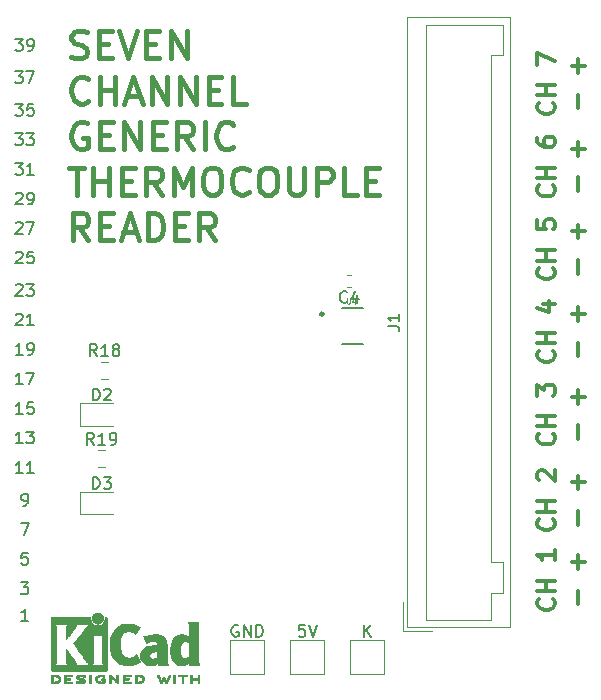
<source format=gbr>
G04 #@! TF.GenerationSoftware,KiCad,Pcbnew,6.0.0-rc1-unknown-46fddab~66~ubuntu16.04.1*
G04 #@! TF.CreationDate,2018-09-29T20:34:26+01:00*
G04 #@! TF.ProjectId,test,746573742E6B696361645F7063620000,rev?*
G04 #@! TF.SameCoordinates,Original*
G04 #@! TF.FileFunction,Legend,Top*
G04 #@! TF.FilePolarity,Positive*
%FSLAX46Y46*%
G04 Gerber Fmt 4.6, Leading zero omitted, Abs format (unit mm)*
G04 Created by KiCad (PCBNEW 6.0.0-rc1-unknown-46fddab~66~ubuntu16.04.1) date Sat Sep 29 20:34:26 2018*
%MOMM*%
%LPD*%
G01*
G04 APERTURE LIST*
%ADD10C,0.400000*%
%ADD11C,0.150000*%
%ADD12C,0.300000*%
%ADD13C,0.120000*%
%ADD14C,0.127000*%
%ADD15C,0.010000*%
%ADD16C,0.050000*%
G04 APERTURE END LIST*
D10*
X148948095Y-54980952D02*
X149276666Y-55090476D01*
X149824285Y-55090476D01*
X150043333Y-54980952D01*
X150152857Y-54871428D01*
X150262380Y-54652380D01*
X150262380Y-54433333D01*
X150152857Y-54214285D01*
X150043333Y-54104761D01*
X149824285Y-53995238D01*
X149386190Y-53885714D01*
X149167142Y-53776190D01*
X149057619Y-53666666D01*
X148948095Y-53447619D01*
X148948095Y-53228571D01*
X149057619Y-53009523D01*
X149167142Y-52900000D01*
X149386190Y-52790476D01*
X149933809Y-52790476D01*
X150262380Y-52900000D01*
X151248095Y-53885714D02*
X152014761Y-53885714D01*
X152343333Y-55090476D02*
X151248095Y-55090476D01*
X151248095Y-52790476D01*
X152343333Y-52790476D01*
X153000476Y-52790476D02*
X153767142Y-55090476D01*
X154533809Y-52790476D01*
X155300476Y-53885714D02*
X156067142Y-53885714D01*
X156395714Y-55090476D02*
X155300476Y-55090476D01*
X155300476Y-52790476D01*
X156395714Y-52790476D01*
X157381428Y-55090476D02*
X157381428Y-52790476D01*
X158695714Y-55090476D01*
X158695714Y-52790476D01*
X150371904Y-58721428D02*
X150262380Y-58830952D01*
X149933809Y-58940476D01*
X149714761Y-58940476D01*
X149386190Y-58830952D01*
X149167142Y-58611904D01*
X149057619Y-58392857D01*
X148948095Y-57954761D01*
X148948095Y-57626190D01*
X149057619Y-57188095D01*
X149167142Y-56969047D01*
X149386190Y-56750000D01*
X149714761Y-56640476D01*
X149933809Y-56640476D01*
X150262380Y-56750000D01*
X150371904Y-56859523D01*
X151357619Y-58940476D02*
X151357619Y-56640476D01*
X151357619Y-57735714D02*
X152671904Y-57735714D01*
X152671904Y-58940476D02*
X152671904Y-56640476D01*
X153657619Y-58283333D02*
X154752857Y-58283333D01*
X153438571Y-58940476D02*
X154205238Y-56640476D01*
X154971904Y-58940476D01*
X155738571Y-58940476D02*
X155738571Y-56640476D01*
X157052857Y-58940476D01*
X157052857Y-56640476D01*
X158148095Y-58940476D02*
X158148095Y-56640476D01*
X159462380Y-58940476D01*
X159462380Y-56640476D01*
X160557619Y-57735714D02*
X161324285Y-57735714D01*
X161652857Y-58940476D02*
X160557619Y-58940476D01*
X160557619Y-56640476D01*
X161652857Y-56640476D01*
X163733809Y-58940476D02*
X162638571Y-58940476D01*
X162638571Y-56640476D01*
X150262380Y-60600000D02*
X150043333Y-60490476D01*
X149714761Y-60490476D01*
X149386190Y-60600000D01*
X149167142Y-60819047D01*
X149057619Y-61038095D01*
X148948095Y-61476190D01*
X148948095Y-61804761D01*
X149057619Y-62242857D01*
X149167142Y-62461904D01*
X149386190Y-62680952D01*
X149714761Y-62790476D01*
X149933809Y-62790476D01*
X150262380Y-62680952D01*
X150371904Y-62571428D01*
X150371904Y-61804761D01*
X149933809Y-61804761D01*
X151357619Y-61585714D02*
X152124285Y-61585714D01*
X152452857Y-62790476D02*
X151357619Y-62790476D01*
X151357619Y-60490476D01*
X152452857Y-60490476D01*
X153438571Y-62790476D02*
X153438571Y-60490476D01*
X154752857Y-62790476D01*
X154752857Y-60490476D01*
X155848095Y-61585714D02*
X156614761Y-61585714D01*
X156943333Y-62790476D02*
X155848095Y-62790476D01*
X155848095Y-60490476D01*
X156943333Y-60490476D01*
X159243333Y-62790476D02*
X158476666Y-61695238D01*
X157929047Y-62790476D02*
X157929047Y-60490476D01*
X158805238Y-60490476D01*
X159024285Y-60600000D01*
X159133809Y-60709523D01*
X159243333Y-60928571D01*
X159243333Y-61257142D01*
X159133809Y-61476190D01*
X159024285Y-61585714D01*
X158805238Y-61695238D01*
X157929047Y-61695238D01*
X160229047Y-62790476D02*
X160229047Y-60490476D01*
X162638571Y-62571428D02*
X162529047Y-62680952D01*
X162200476Y-62790476D01*
X161981428Y-62790476D01*
X161652857Y-62680952D01*
X161433809Y-62461904D01*
X161324285Y-62242857D01*
X161214761Y-61804761D01*
X161214761Y-61476190D01*
X161324285Y-61038095D01*
X161433809Y-60819047D01*
X161652857Y-60600000D01*
X161981428Y-60490476D01*
X162200476Y-60490476D01*
X162529047Y-60600000D01*
X162638571Y-60709523D01*
X148729047Y-64340476D02*
X150043333Y-64340476D01*
X149386190Y-66640476D02*
X149386190Y-64340476D01*
X150810000Y-66640476D02*
X150810000Y-64340476D01*
X150810000Y-65435714D02*
X152124285Y-65435714D01*
X152124285Y-66640476D02*
X152124285Y-64340476D01*
X153219523Y-65435714D02*
X153986190Y-65435714D01*
X154314761Y-66640476D02*
X153219523Y-66640476D01*
X153219523Y-64340476D01*
X154314761Y-64340476D01*
X156614761Y-66640476D02*
X155848095Y-65545238D01*
X155300476Y-66640476D02*
X155300476Y-64340476D01*
X156176666Y-64340476D01*
X156395714Y-64450000D01*
X156505238Y-64559523D01*
X156614761Y-64778571D01*
X156614761Y-65107142D01*
X156505238Y-65326190D01*
X156395714Y-65435714D01*
X156176666Y-65545238D01*
X155300476Y-65545238D01*
X157600476Y-66640476D02*
X157600476Y-64340476D01*
X158367142Y-65983333D01*
X159133809Y-64340476D01*
X159133809Y-66640476D01*
X160667142Y-64340476D02*
X161105238Y-64340476D01*
X161324285Y-64450000D01*
X161543333Y-64669047D01*
X161652857Y-65107142D01*
X161652857Y-65873809D01*
X161543333Y-66311904D01*
X161324285Y-66530952D01*
X161105238Y-66640476D01*
X160667142Y-66640476D01*
X160448095Y-66530952D01*
X160229047Y-66311904D01*
X160119523Y-65873809D01*
X160119523Y-65107142D01*
X160229047Y-64669047D01*
X160448095Y-64450000D01*
X160667142Y-64340476D01*
X163952857Y-66421428D02*
X163843333Y-66530952D01*
X163514761Y-66640476D01*
X163295714Y-66640476D01*
X162967142Y-66530952D01*
X162748095Y-66311904D01*
X162638571Y-66092857D01*
X162529047Y-65654761D01*
X162529047Y-65326190D01*
X162638571Y-64888095D01*
X162748095Y-64669047D01*
X162967142Y-64450000D01*
X163295714Y-64340476D01*
X163514761Y-64340476D01*
X163843333Y-64450000D01*
X163952857Y-64559523D01*
X165376666Y-64340476D02*
X165814761Y-64340476D01*
X166033809Y-64450000D01*
X166252857Y-64669047D01*
X166362380Y-65107142D01*
X166362380Y-65873809D01*
X166252857Y-66311904D01*
X166033809Y-66530952D01*
X165814761Y-66640476D01*
X165376666Y-66640476D01*
X165157619Y-66530952D01*
X164938571Y-66311904D01*
X164829047Y-65873809D01*
X164829047Y-65107142D01*
X164938571Y-64669047D01*
X165157619Y-64450000D01*
X165376666Y-64340476D01*
X167348095Y-64340476D02*
X167348095Y-66202380D01*
X167457619Y-66421428D01*
X167567142Y-66530952D01*
X167786190Y-66640476D01*
X168224285Y-66640476D01*
X168443333Y-66530952D01*
X168552857Y-66421428D01*
X168662380Y-66202380D01*
X168662380Y-64340476D01*
X169757619Y-66640476D02*
X169757619Y-64340476D01*
X170633809Y-64340476D01*
X170852857Y-64450000D01*
X170962380Y-64559523D01*
X171071904Y-64778571D01*
X171071904Y-65107142D01*
X170962380Y-65326190D01*
X170852857Y-65435714D01*
X170633809Y-65545238D01*
X169757619Y-65545238D01*
X173152857Y-66640476D02*
X172057619Y-66640476D01*
X172057619Y-64340476D01*
X173919523Y-65435714D02*
X174686190Y-65435714D01*
X175014761Y-66640476D02*
X173919523Y-66640476D01*
X173919523Y-64340476D01*
X175014761Y-64340476D01*
X150371904Y-70490476D02*
X149605238Y-69395238D01*
X149057619Y-70490476D02*
X149057619Y-68190476D01*
X149933809Y-68190476D01*
X150152857Y-68300000D01*
X150262380Y-68409523D01*
X150371904Y-68628571D01*
X150371904Y-68957142D01*
X150262380Y-69176190D01*
X150152857Y-69285714D01*
X149933809Y-69395238D01*
X149057619Y-69395238D01*
X151357619Y-69285714D02*
X152124285Y-69285714D01*
X152452857Y-70490476D02*
X151357619Y-70490476D01*
X151357619Y-68190476D01*
X152452857Y-68190476D01*
X153329047Y-69833333D02*
X154424285Y-69833333D01*
X153110000Y-70490476D02*
X153876666Y-68190476D01*
X154643333Y-70490476D01*
X155410000Y-70490476D02*
X155410000Y-68190476D01*
X155957619Y-68190476D01*
X156286190Y-68300000D01*
X156505238Y-68519047D01*
X156614761Y-68738095D01*
X156724285Y-69176190D01*
X156724285Y-69504761D01*
X156614761Y-69942857D01*
X156505238Y-70161904D01*
X156286190Y-70380952D01*
X155957619Y-70490476D01*
X155410000Y-70490476D01*
X157710000Y-69285714D02*
X158476666Y-69285714D01*
X158805238Y-70490476D02*
X157710000Y-70490476D01*
X157710000Y-68190476D01*
X158805238Y-68190476D01*
X161105238Y-70490476D02*
X160338571Y-69395238D01*
X159790952Y-70490476D02*
X159790952Y-68190476D01*
X160667142Y-68190476D01*
X160886190Y-68300000D01*
X160995714Y-68409523D01*
X161105238Y-68628571D01*
X161105238Y-68957142D01*
X160995714Y-69176190D01*
X160886190Y-69285714D01*
X160667142Y-69395238D01*
X159790952Y-69395238D01*
D11*
X144190476Y-53452380D02*
X144809523Y-53452380D01*
X144476190Y-53833333D01*
X144619047Y-53833333D01*
X144714285Y-53880952D01*
X144761904Y-53928571D01*
X144809523Y-54023809D01*
X144809523Y-54261904D01*
X144761904Y-54357142D01*
X144714285Y-54404761D01*
X144619047Y-54452380D01*
X144333333Y-54452380D01*
X144238095Y-54404761D01*
X144190476Y-54357142D01*
X145285714Y-54452380D02*
X145476190Y-54452380D01*
X145571428Y-54404761D01*
X145619047Y-54357142D01*
X145714285Y-54214285D01*
X145761904Y-54023809D01*
X145761904Y-53642857D01*
X145714285Y-53547619D01*
X145666666Y-53500000D01*
X145571428Y-53452380D01*
X145380952Y-53452380D01*
X145285714Y-53500000D01*
X145238095Y-53547619D01*
X145190476Y-53642857D01*
X145190476Y-53880952D01*
X145238095Y-53976190D01*
X145285714Y-54023809D01*
X145380952Y-54071428D01*
X145571428Y-54071428D01*
X145666666Y-54023809D01*
X145714285Y-53976190D01*
X145761904Y-53880952D01*
X144190476Y-56202380D02*
X144809523Y-56202380D01*
X144476190Y-56583333D01*
X144619047Y-56583333D01*
X144714285Y-56630952D01*
X144761904Y-56678571D01*
X144809523Y-56773809D01*
X144809523Y-57011904D01*
X144761904Y-57107142D01*
X144714285Y-57154761D01*
X144619047Y-57202380D01*
X144333333Y-57202380D01*
X144238095Y-57154761D01*
X144190476Y-57107142D01*
X145142857Y-56202380D02*
X145809523Y-56202380D01*
X145380952Y-57202380D01*
X144190476Y-58952380D02*
X144809523Y-58952380D01*
X144476190Y-59333333D01*
X144619047Y-59333333D01*
X144714285Y-59380952D01*
X144761904Y-59428571D01*
X144809523Y-59523809D01*
X144809523Y-59761904D01*
X144761904Y-59857142D01*
X144714285Y-59904761D01*
X144619047Y-59952380D01*
X144333333Y-59952380D01*
X144238095Y-59904761D01*
X144190476Y-59857142D01*
X145714285Y-58952380D02*
X145238095Y-58952380D01*
X145190476Y-59428571D01*
X145238095Y-59380952D01*
X145333333Y-59333333D01*
X145571428Y-59333333D01*
X145666666Y-59380952D01*
X145714285Y-59428571D01*
X145761904Y-59523809D01*
X145761904Y-59761904D01*
X145714285Y-59857142D01*
X145666666Y-59904761D01*
X145571428Y-59952380D01*
X145333333Y-59952380D01*
X145238095Y-59904761D01*
X145190476Y-59857142D01*
X144190476Y-61452380D02*
X144809523Y-61452380D01*
X144476190Y-61833333D01*
X144619047Y-61833333D01*
X144714285Y-61880952D01*
X144761904Y-61928571D01*
X144809523Y-62023809D01*
X144809523Y-62261904D01*
X144761904Y-62357142D01*
X144714285Y-62404761D01*
X144619047Y-62452380D01*
X144333333Y-62452380D01*
X144238095Y-62404761D01*
X144190476Y-62357142D01*
X145142857Y-61452380D02*
X145761904Y-61452380D01*
X145428571Y-61833333D01*
X145571428Y-61833333D01*
X145666666Y-61880952D01*
X145714285Y-61928571D01*
X145761904Y-62023809D01*
X145761904Y-62261904D01*
X145714285Y-62357142D01*
X145666666Y-62404761D01*
X145571428Y-62452380D01*
X145285714Y-62452380D01*
X145190476Y-62404761D01*
X145142857Y-62357142D01*
X144190476Y-63952380D02*
X144809523Y-63952380D01*
X144476190Y-64333333D01*
X144619047Y-64333333D01*
X144714285Y-64380952D01*
X144761904Y-64428571D01*
X144809523Y-64523809D01*
X144809523Y-64761904D01*
X144761904Y-64857142D01*
X144714285Y-64904761D01*
X144619047Y-64952380D01*
X144333333Y-64952380D01*
X144238095Y-64904761D01*
X144190476Y-64857142D01*
X145761904Y-64952380D02*
X145190476Y-64952380D01*
X145476190Y-64952380D02*
X145476190Y-63952380D01*
X145380952Y-64095238D01*
X145285714Y-64190476D01*
X145190476Y-64238095D01*
X144238095Y-66547619D02*
X144285714Y-66500000D01*
X144380952Y-66452380D01*
X144619047Y-66452380D01*
X144714285Y-66500000D01*
X144761904Y-66547619D01*
X144809523Y-66642857D01*
X144809523Y-66738095D01*
X144761904Y-66880952D01*
X144190476Y-67452380D01*
X144809523Y-67452380D01*
X145285714Y-67452380D02*
X145476190Y-67452380D01*
X145571428Y-67404761D01*
X145619047Y-67357142D01*
X145714285Y-67214285D01*
X145761904Y-67023809D01*
X145761904Y-66642857D01*
X145714285Y-66547619D01*
X145666666Y-66500000D01*
X145571428Y-66452380D01*
X145380952Y-66452380D01*
X145285714Y-66500000D01*
X145238095Y-66547619D01*
X145190476Y-66642857D01*
X145190476Y-66880952D01*
X145238095Y-66976190D01*
X145285714Y-67023809D01*
X145380952Y-67071428D01*
X145571428Y-67071428D01*
X145666666Y-67023809D01*
X145714285Y-66976190D01*
X145761904Y-66880952D01*
X144238095Y-69047619D02*
X144285714Y-69000000D01*
X144380952Y-68952380D01*
X144619047Y-68952380D01*
X144714285Y-69000000D01*
X144761904Y-69047619D01*
X144809523Y-69142857D01*
X144809523Y-69238095D01*
X144761904Y-69380952D01*
X144190476Y-69952380D01*
X144809523Y-69952380D01*
X145142857Y-68952380D02*
X145809523Y-68952380D01*
X145380952Y-69952380D01*
X144238095Y-71547619D02*
X144285714Y-71500000D01*
X144380952Y-71452380D01*
X144619047Y-71452380D01*
X144714285Y-71500000D01*
X144761904Y-71547619D01*
X144809523Y-71642857D01*
X144809523Y-71738095D01*
X144761904Y-71880952D01*
X144190476Y-72452380D01*
X144809523Y-72452380D01*
X145714285Y-71452380D02*
X145238095Y-71452380D01*
X145190476Y-71928571D01*
X145238095Y-71880952D01*
X145333333Y-71833333D01*
X145571428Y-71833333D01*
X145666666Y-71880952D01*
X145714285Y-71928571D01*
X145761904Y-72023809D01*
X145761904Y-72261904D01*
X145714285Y-72357142D01*
X145666666Y-72404761D01*
X145571428Y-72452380D01*
X145333333Y-72452380D01*
X145238095Y-72404761D01*
X145190476Y-72357142D01*
X144238095Y-74297619D02*
X144285714Y-74250000D01*
X144380952Y-74202380D01*
X144619047Y-74202380D01*
X144714285Y-74250000D01*
X144761904Y-74297619D01*
X144809523Y-74392857D01*
X144809523Y-74488095D01*
X144761904Y-74630952D01*
X144190476Y-75202380D01*
X144809523Y-75202380D01*
X145142857Y-74202380D02*
X145761904Y-74202380D01*
X145428571Y-74583333D01*
X145571428Y-74583333D01*
X145666666Y-74630952D01*
X145714285Y-74678571D01*
X145761904Y-74773809D01*
X145761904Y-75011904D01*
X145714285Y-75107142D01*
X145666666Y-75154761D01*
X145571428Y-75202380D01*
X145285714Y-75202380D01*
X145190476Y-75154761D01*
X145142857Y-75107142D01*
X144238095Y-76797619D02*
X144285714Y-76750000D01*
X144380952Y-76702380D01*
X144619047Y-76702380D01*
X144714285Y-76750000D01*
X144761904Y-76797619D01*
X144809523Y-76892857D01*
X144809523Y-76988095D01*
X144761904Y-77130952D01*
X144190476Y-77702380D01*
X144809523Y-77702380D01*
X145761904Y-77702380D02*
X145190476Y-77702380D01*
X145476190Y-77702380D02*
X145476190Y-76702380D01*
X145380952Y-76845238D01*
X145285714Y-76940476D01*
X145190476Y-76988095D01*
X144809523Y-80202380D02*
X144238095Y-80202380D01*
X144523809Y-80202380D02*
X144523809Y-79202380D01*
X144428571Y-79345238D01*
X144333333Y-79440476D01*
X144238095Y-79488095D01*
X145285714Y-80202380D02*
X145476190Y-80202380D01*
X145571428Y-80154761D01*
X145619047Y-80107142D01*
X145714285Y-79964285D01*
X145761904Y-79773809D01*
X145761904Y-79392857D01*
X145714285Y-79297619D01*
X145666666Y-79250000D01*
X145571428Y-79202380D01*
X145380952Y-79202380D01*
X145285714Y-79250000D01*
X145238095Y-79297619D01*
X145190476Y-79392857D01*
X145190476Y-79630952D01*
X145238095Y-79726190D01*
X145285714Y-79773809D01*
X145380952Y-79821428D01*
X145571428Y-79821428D01*
X145666666Y-79773809D01*
X145714285Y-79726190D01*
X145761904Y-79630952D01*
X144809523Y-82702380D02*
X144238095Y-82702380D01*
X144523809Y-82702380D02*
X144523809Y-81702380D01*
X144428571Y-81845238D01*
X144333333Y-81940476D01*
X144238095Y-81988095D01*
X145142857Y-81702380D02*
X145809523Y-81702380D01*
X145380952Y-82702380D01*
X144809523Y-85202380D02*
X144238095Y-85202380D01*
X144523809Y-85202380D02*
X144523809Y-84202380D01*
X144428571Y-84345238D01*
X144333333Y-84440476D01*
X144238095Y-84488095D01*
X145714285Y-84202380D02*
X145238095Y-84202380D01*
X145190476Y-84678571D01*
X145238095Y-84630952D01*
X145333333Y-84583333D01*
X145571428Y-84583333D01*
X145666666Y-84630952D01*
X145714285Y-84678571D01*
X145761904Y-84773809D01*
X145761904Y-85011904D01*
X145714285Y-85107142D01*
X145666666Y-85154761D01*
X145571428Y-85202380D01*
X145333333Y-85202380D01*
X145238095Y-85154761D01*
X145190476Y-85107142D01*
X144809523Y-87702380D02*
X144238095Y-87702380D01*
X144523809Y-87702380D02*
X144523809Y-86702380D01*
X144428571Y-86845238D01*
X144333333Y-86940476D01*
X144238095Y-86988095D01*
X145142857Y-86702380D02*
X145761904Y-86702380D01*
X145428571Y-87083333D01*
X145571428Y-87083333D01*
X145666666Y-87130952D01*
X145714285Y-87178571D01*
X145761904Y-87273809D01*
X145761904Y-87511904D01*
X145714285Y-87607142D01*
X145666666Y-87654761D01*
X145571428Y-87702380D01*
X145285714Y-87702380D01*
X145190476Y-87654761D01*
X145142857Y-87607142D01*
X144809523Y-90202380D02*
X144238095Y-90202380D01*
X144523809Y-90202380D02*
X144523809Y-89202380D01*
X144428571Y-89345238D01*
X144333333Y-89440476D01*
X144238095Y-89488095D01*
X145761904Y-90202380D02*
X145190476Y-90202380D01*
X145476190Y-90202380D02*
X145476190Y-89202380D01*
X145380952Y-89345238D01*
X145285714Y-89440476D01*
X145190476Y-89488095D01*
X144809523Y-92952380D02*
X145000000Y-92952380D01*
X145095238Y-92904761D01*
X145142857Y-92857142D01*
X145238095Y-92714285D01*
X145285714Y-92523809D01*
X145285714Y-92142857D01*
X145238095Y-92047619D01*
X145190476Y-92000000D01*
X145095238Y-91952380D01*
X144904761Y-91952380D01*
X144809523Y-92000000D01*
X144761904Y-92047619D01*
X144714285Y-92142857D01*
X144714285Y-92380952D01*
X144761904Y-92476190D01*
X144809523Y-92523809D01*
X144904761Y-92571428D01*
X145095238Y-92571428D01*
X145190476Y-92523809D01*
X145238095Y-92476190D01*
X145285714Y-92380952D01*
X144666666Y-94452380D02*
X145333333Y-94452380D01*
X144904761Y-95452380D01*
X145238095Y-96952380D02*
X144761904Y-96952380D01*
X144714285Y-97428571D01*
X144761904Y-97380952D01*
X144857142Y-97333333D01*
X145095238Y-97333333D01*
X145190476Y-97380952D01*
X145238095Y-97428571D01*
X145285714Y-97523809D01*
X145285714Y-97761904D01*
X145238095Y-97857142D01*
X145190476Y-97904761D01*
X145095238Y-97952380D01*
X144857142Y-97952380D01*
X144761904Y-97904761D01*
X144714285Y-97857142D01*
X144666666Y-99452380D02*
X145285714Y-99452380D01*
X144952380Y-99833333D01*
X145095238Y-99833333D01*
X145190476Y-99880952D01*
X145238095Y-99928571D01*
X145285714Y-100023809D01*
X145285714Y-100261904D01*
X145238095Y-100357142D01*
X145190476Y-100404761D01*
X145095238Y-100452380D01*
X144809523Y-100452380D01*
X144714285Y-100404761D01*
X144666666Y-100357142D01*
X145285714Y-102702380D02*
X144714285Y-102702380D01*
X145000000Y-102702380D02*
X145000000Y-101702380D01*
X144904761Y-101845238D01*
X144809523Y-101940476D01*
X144714285Y-101988095D01*
D12*
X189760714Y-58857142D02*
X189832142Y-58928571D01*
X189903571Y-59142857D01*
X189903571Y-59285714D01*
X189832142Y-59500000D01*
X189689285Y-59642857D01*
X189546428Y-59714285D01*
X189260714Y-59785714D01*
X189046428Y-59785714D01*
X188760714Y-59714285D01*
X188617857Y-59642857D01*
X188475000Y-59500000D01*
X188403571Y-59285714D01*
X188403571Y-59142857D01*
X188475000Y-58928571D01*
X188546428Y-58857142D01*
X189903571Y-58214285D02*
X188403571Y-58214285D01*
X189117857Y-58214285D02*
X189117857Y-57357142D01*
X189903571Y-57357142D02*
X188403571Y-57357142D01*
X188403571Y-55642857D02*
X188403571Y-54642857D01*
X189903571Y-55285714D01*
X191882142Y-59321428D02*
X191882142Y-58178571D01*
X191882142Y-56321428D02*
X191882142Y-55178571D01*
X192453571Y-55750000D02*
X191310714Y-55750000D01*
X189760714Y-65857142D02*
X189832142Y-65928571D01*
X189903571Y-66142857D01*
X189903571Y-66285714D01*
X189832142Y-66500000D01*
X189689285Y-66642857D01*
X189546428Y-66714285D01*
X189260714Y-66785714D01*
X189046428Y-66785714D01*
X188760714Y-66714285D01*
X188617857Y-66642857D01*
X188475000Y-66500000D01*
X188403571Y-66285714D01*
X188403571Y-66142857D01*
X188475000Y-65928571D01*
X188546428Y-65857142D01*
X189903571Y-65214285D02*
X188403571Y-65214285D01*
X189117857Y-65214285D02*
X189117857Y-64357142D01*
X189903571Y-64357142D02*
X188403571Y-64357142D01*
X188403571Y-61857142D02*
X188403571Y-62142857D01*
X188475000Y-62285714D01*
X188546428Y-62357142D01*
X188760714Y-62500000D01*
X189046428Y-62571428D01*
X189617857Y-62571428D01*
X189760714Y-62500000D01*
X189832142Y-62428571D01*
X189903571Y-62285714D01*
X189903571Y-62000000D01*
X189832142Y-61857142D01*
X189760714Y-61785714D01*
X189617857Y-61714285D01*
X189260714Y-61714285D01*
X189117857Y-61785714D01*
X189046428Y-61857142D01*
X188975000Y-62000000D01*
X188975000Y-62285714D01*
X189046428Y-62428571D01*
X189117857Y-62500000D01*
X189260714Y-62571428D01*
X191882142Y-66321428D02*
X191882142Y-65178571D01*
X191882142Y-63321428D02*
X191882142Y-62178571D01*
X192453571Y-62750000D02*
X191310714Y-62750000D01*
X189760714Y-72857142D02*
X189832142Y-72928571D01*
X189903571Y-73142857D01*
X189903571Y-73285714D01*
X189832142Y-73500000D01*
X189689285Y-73642857D01*
X189546428Y-73714285D01*
X189260714Y-73785714D01*
X189046428Y-73785714D01*
X188760714Y-73714285D01*
X188617857Y-73642857D01*
X188475000Y-73500000D01*
X188403571Y-73285714D01*
X188403571Y-73142857D01*
X188475000Y-72928571D01*
X188546428Y-72857142D01*
X189903571Y-72214285D02*
X188403571Y-72214285D01*
X189117857Y-72214285D02*
X189117857Y-71357142D01*
X189903571Y-71357142D02*
X188403571Y-71357142D01*
X188403571Y-68785714D02*
X188403571Y-69500000D01*
X189117857Y-69571428D01*
X189046428Y-69500000D01*
X188975000Y-69357142D01*
X188975000Y-69000000D01*
X189046428Y-68857142D01*
X189117857Y-68785714D01*
X189260714Y-68714285D01*
X189617857Y-68714285D01*
X189760714Y-68785714D01*
X189832142Y-68857142D01*
X189903571Y-69000000D01*
X189903571Y-69357142D01*
X189832142Y-69500000D01*
X189760714Y-69571428D01*
X191882142Y-73321428D02*
X191882142Y-72178571D01*
X191882142Y-70321428D02*
X191882142Y-69178571D01*
X192453571Y-69750000D02*
X191310714Y-69750000D01*
X189760714Y-79857142D02*
X189832142Y-79928571D01*
X189903571Y-80142857D01*
X189903571Y-80285714D01*
X189832142Y-80500000D01*
X189689285Y-80642857D01*
X189546428Y-80714285D01*
X189260714Y-80785714D01*
X189046428Y-80785714D01*
X188760714Y-80714285D01*
X188617857Y-80642857D01*
X188475000Y-80500000D01*
X188403571Y-80285714D01*
X188403571Y-80142857D01*
X188475000Y-79928571D01*
X188546428Y-79857142D01*
X189903571Y-79214285D02*
X188403571Y-79214285D01*
X189117857Y-79214285D02*
X189117857Y-78357142D01*
X189903571Y-78357142D02*
X188403571Y-78357142D01*
X188903571Y-75857142D02*
X189903571Y-75857142D01*
X188332142Y-76214285D02*
X189403571Y-76571428D01*
X189403571Y-75642857D01*
X191882142Y-80321428D02*
X191882142Y-79178571D01*
X191882142Y-77321428D02*
X191882142Y-76178571D01*
X192453571Y-76750000D02*
X191310714Y-76750000D01*
X189760714Y-86857142D02*
X189832142Y-86928571D01*
X189903571Y-87142857D01*
X189903571Y-87285714D01*
X189832142Y-87500000D01*
X189689285Y-87642857D01*
X189546428Y-87714285D01*
X189260714Y-87785714D01*
X189046428Y-87785714D01*
X188760714Y-87714285D01*
X188617857Y-87642857D01*
X188475000Y-87500000D01*
X188403571Y-87285714D01*
X188403571Y-87142857D01*
X188475000Y-86928571D01*
X188546428Y-86857142D01*
X189903571Y-86214285D02*
X188403571Y-86214285D01*
X189117857Y-86214285D02*
X189117857Y-85357142D01*
X189903571Y-85357142D02*
X188403571Y-85357142D01*
X188403571Y-83642857D02*
X188403571Y-82714285D01*
X188975000Y-83214285D01*
X188975000Y-83000000D01*
X189046428Y-82857142D01*
X189117857Y-82785714D01*
X189260714Y-82714285D01*
X189617857Y-82714285D01*
X189760714Y-82785714D01*
X189832142Y-82857142D01*
X189903571Y-83000000D01*
X189903571Y-83428571D01*
X189832142Y-83571428D01*
X189760714Y-83642857D01*
X191882142Y-87321428D02*
X191882142Y-86178571D01*
X191882142Y-84321428D02*
X191882142Y-83178571D01*
X192453571Y-83750000D02*
X191310714Y-83750000D01*
X189760714Y-94107142D02*
X189832142Y-94178571D01*
X189903571Y-94392857D01*
X189903571Y-94535714D01*
X189832142Y-94750000D01*
X189689285Y-94892857D01*
X189546428Y-94964285D01*
X189260714Y-95035714D01*
X189046428Y-95035714D01*
X188760714Y-94964285D01*
X188617857Y-94892857D01*
X188475000Y-94750000D01*
X188403571Y-94535714D01*
X188403571Y-94392857D01*
X188475000Y-94178571D01*
X188546428Y-94107142D01*
X189903571Y-93464285D02*
X188403571Y-93464285D01*
X189117857Y-93464285D02*
X189117857Y-92607142D01*
X189903571Y-92607142D02*
X188403571Y-92607142D01*
X188546428Y-90821428D02*
X188475000Y-90750000D01*
X188403571Y-90607142D01*
X188403571Y-90250000D01*
X188475000Y-90107142D01*
X188546428Y-90035714D01*
X188689285Y-89964285D01*
X188832142Y-89964285D01*
X189046428Y-90035714D01*
X189903571Y-90892857D01*
X189903571Y-89964285D01*
X191882142Y-94571428D02*
X191882142Y-93428571D01*
X191882142Y-91571428D02*
X191882142Y-90428571D01*
X192453571Y-91000000D02*
X191310714Y-91000000D01*
X189760714Y-100857142D02*
X189832142Y-100928571D01*
X189903571Y-101142857D01*
X189903571Y-101285714D01*
X189832142Y-101500000D01*
X189689285Y-101642857D01*
X189546428Y-101714285D01*
X189260714Y-101785714D01*
X189046428Y-101785714D01*
X188760714Y-101714285D01*
X188617857Y-101642857D01*
X188475000Y-101500000D01*
X188403571Y-101285714D01*
X188403571Y-101142857D01*
X188475000Y-100928571D01*
X188546428Y-100857142D01*
X189903571Y-100214285D02*
X188403571Y-100214285D01*
X189117857Y-100214285D02*
X189117857Y-99357142D01*
X189903571Y-99357142D02*
X188403571Y-99357142D01*
X189903571Y-96714285D02*
X189903571Y-97571428D01*
X189903571Y-97142857D02*
X188403571Y-97142857D01*
X188617857Y-97285714D01*
X188760714Y-97428571D01*
X188832142Y-97571428D01*
X191882142Y-101321428D02*
X191882142Y-100178571D01*
X191882142Y-98321428D02*
X191882142Y-97178571D01*
X192453571Y-97750000D02*
X191310714Y-97750000D01*
D13*
G04 #@! TO.C,K*
X172540000Y-107200000D02*
X172540000Y-104300000D01*
X175440000Y-107200000D02*
X172540000Y-107200000D01*
X175440000Y-104300000D02*
X175440000Y-107200000D01*
X172540000Y-104300000D02*
X175440000Y-104300000D01*
G04 #@! TO.C,5V*
X167460000Y-104300000D02*
X170360000Y-104300000D01*
X170360000Y-104300000D02*
X170360000Y-107200000D01*
X170360000Y-107200000D02*
X167460000Y-107200000D01*
X167460000Y-107200000D02*
X167460000Y-104300000D01*
G04 #@! TO.C,C4*
X172628779Y-73404000D02*
X172303221Y-73404000D01*
X172628779Y-74424000D02*
X172303221Y-74424000D01*
G04 #@! TO.C,J1*
X177350000Y-103240000D02*
X186070000Y-103240000D01*
X186070000Y-103240000D02*
X186070000Y-51620000D01*
X186070000Y-51620000D02*
X177350000Y-51620000D01*
X177350000Y-51620000D02*
X177350000Y-103240000D01*
X178960000Y-102630000D02*
X184460000Y-102630000D01*
X184460000Y-102630000D02*
X184460000Y-100330000D01*
X184460000Y-100330000D02*
X185460000Y-100330000D01*
X185460000Y-100330000D02*
X185460000Y-97730000D01*
X185460000Y-97730000D02*
X184460000Y-97730000D01*
X184460000Y-97730000D02*
X184460000Y-54830000D01*
X184460000Y-54830000D02*
X185460000Y-54830000D01*
X185460000Y-54830000D02*
X185460000Y-52230000D01*
X185460000Y-52230000D02*
X178960000Y-52230000D01*
X178960000Y-52230000D02*
X178960000Y-102630000D01*
X179460000Y-103540000D02*
X177050000Y-103540000D01*
X177050000Y-103540000D02*
X177050000Y-101130000D01*
D12*
G04 #@! TO.C,U4*
X170261000Y-76758000D02*
G75*
G03X170261000Y-76758000I-100000J0D01*
G01*
D14*
X173600000Y-76250000D02*
X171900000Y-76250000D01*
X171900000Y-79250000D02*
X173600000Y-79250000D01*
D13*
G04 #@! TO.C,GND*
X162380000Y-107200000D02*
X162380000Y-104300000D01*
X165280000Y-107200000D02*
X162380000Y-107200000D01*
X165280000Y-104300000D02*
X165280000Y-107200000D01*
X162380000Y-104300000D02*
X165280000Y-104300000D01*
G04 #@! TO.C,D2*
X152500000Y-84290000D02*
X149640000Y-84290000D01*
X149640000Y-84290000D02*
X149640000Y-86210000D01*
X149640000Y-86210000D02*
X152500000Y-86210000D01*
G04 #@! TO.C,D3*
X149640000Y-93710000D02*
X152500000Y-93710000D01*
X149640000Y-91790000D02*
X149640000Y-93710000D01*
X152500000Y-91790000D02*
X149640000Y-91790000D01*
G04 #@! TO.C,R18*
X151491422Y-82210000D02*
X152008578Y-82210000D01*
X151491422Y-80790000D02*
X152008578Y-80790000D01*
G04 #@! TO.C,R19*
X151241422Y-88290000D02*
X151758578Y-88290000D01*
X151241422Y-89710000D02*
X151758578Y-89710000D01*
D15*
G04 #@! TO.C,REF\002A\002A*
G36*
X151226957Y-102026571D02*
X151323232Y-102050809D01*
X151409816Y-102093641D01*
X151484627Y-102153419D01*
X151545582Y-102228494D01*
X151590601Y-102317220D01*
X151616864Y-102413530D01*
X151622714Y-102510795D01*
X151607860Y-102604654D01*
X151574160Y-102692511D01*
X151523472Y-102771770D01*
X151457655Y-102839836D01*
X151378566Y-102894112D01*
X151288066Y-102932002D01*
X151236800Y-102944426D01*
X151192302Y-102951947D01*
X151158001Y-102954919D01*
X151125040Y-102953094D01*
X151084566Y-102946225D01*
X151051469Y-102939250D01*
X150958053Y-102907741D01*
X150874381Y-102856617D01*
X150802335Y-102787429D01*
X150743800Y-102701728D01*
X150729852Y-102674489D01*
X150713414Y-102638122D01*
X150703106Y-102607582D01*
X150697540Y-102575450D01*
X150695331Y-102534307D01*
X150695052Y-102488222D01*
X150699139Y-102403865D01*
X150712554Y-102334586D01*
X150737744Y-102273961D01*
X150777154Y-102215567D01*
X150815702Y-102171302D01*
X150887594Y-102105484D01*
X150962687Y-102060053D01*
X151045438Y-102032850D01*
X151123072Y-102022576D01*
X151226957Y-102026571D01*
X151226957Y-102026571D01*
G37*
X151226957Y-102026571D02*
X151323232Y-102050809D01*
X151409816Y-102093641D01*
X151484627Y-102153419D01*
X151545582Y-102228494D01*
X151590601Y-102317220D01*
X151616864Y-102413530D01*
X151622714Y-102510795D01*
X151607860Y-102604654D01*
X151574160Y-102692511D01*
X151523472Y-102771770D01*
X151457655Y-102839836D01*
X151378566Y-102894112D01*
X151288066Y-102932002D01*
X151236800Y-102944426D01*
X151192302Y-102951947D01*
X151158001Y-102954919D01*
X151125040Y-102953094D01*
X151084566Y-102946225D01*
X151051469Y-102939250D01*
X150958053Y-102907741D01*
X150874381Y-102856617D01*
X150802335Y-102787429D01*
X150743800Y-102701728D01*
X150729852Y-102674489D01*
X150713414Y-102638122D01*
X150703106Y-102607582D01*
X150697540Y-102575450D01*
X150695331Y-102534307D01*
X150695052Y-102488222D01*
X150699139Y-102403865D01*
X150712554Y-102334586D01*
X150737744Y-102273961D01*
X150777154Y-102215567D01*
X150815702Y-102171302D01*
X150887594Y-102105484D01*
X150962687Y-102060053D01*
X151045438Y-102032850D01*
X151123072Y-102022576D01*
X151226957Y-102026571D01*
G36*
X159686507Y-104472245D02*
X159686526Y-104706662D01*
X159686552Y-104919603D01*
X159686625Y-105112168D01*
X159686782Y-105285459D01*
X159687064Y-105440576D01*
X159687509Y-105578620D01*
X159688156Y-105700692D01*
X159689045Y-105807894D01*
X159690213Y-105901326D01*
X159691701Y-105982090D01*
X159693546Y-106051286D01*
X159695789Y-106110015D01*
X159698469Y-106159379D01*
X159701623Y-106200478D01*
X159705292Y-106234413D01*
X159709513Y-106262286D01*
X159714327Y-106285198D01*
X159719773Y-106304249D01*
X159725888Y-106320540D01*
X159732712Y-106335173D01*
X159740285Y-106349249D01*
X159748645Y-106363868D01*
X159753839Y-106372974D01*
X159788104Y-106433689D01*
X158929955Y-106433689D01*
X158929955Y-106337733D01*
X158929224Y-106294370D01*
X158927272Y-106261205D01*
X158924463Y-106243424D01*
X158923221Y-106241778D01*
X158911799Y-106248662D01*
X158889084Y-106266505D01*
X158866385Y-106285879D01*
X158811800Y-106326614D01*
X158742321Y-106367617D01*
X158665270Y-106405123D01*
X158587965Y-106435364D01*
X158557113Y-106445012D01*
X158488616Y-106459578D01*
X158405764Y-106469539D01*
X158316371Y-106474583D01*
X158228248Y-106474396D01*
X158149207Y-106468666D01*
X158111511Y-106462858D01*
X157973414Y-106424797D01*
X157846113Y-106367073D01*
X157730292Y-106290211D01*
X157626637Y-106194739D01*
X157535833Y-106081179D01*
X157469031Y-105970381D01*
X157414164Y-105853625D01*
X157372163Y-105734276D01*
X157342167Y-105608283D01*
X157323311Y-105471594D01*
X157314732Y-105320158D01*
X157314006Y-105242711D01*
X157316100Y-105185934D01*
X158145217Y-105185934D01*
X158145424Y-105279002D01*
X158148337Y-105366692D01*
X158154000Y-105443772D01*
X158162455Y-105505009D01*
X158165038Y-105517350D01*
X158196840Y-105624633D01*
X158238498Y-105711658D01*
X158290363Y-105778642D01*
X158352781Y-105825805D01*
X158426100Y-105853365D01*
X158510669Y-105861541D01*
X158606835Y-105850551D01*
X158670311Y-105834829D01*
X158719454Y-105816639D01*
X158773583Y-105790791D01*
X158814244Y-105767089D01*
X158884800Y-105720721D01*
X158884800Y-104570530D01*
X158817392Y-104526962D01*
X158738867Y-104486040D01*
X158654681Y-104459389D01*
X158569557Y-104447465D01*
X158488216Y-104450722D01*
X158415380Y-104469615D01*
X158383426Y-104485184D01*
X158325501Y-104528181D01*
X158276544Y-104584953D01*
X158235390Y-104657575D01*
X158200874Y-104748121D01*
X158171833Y-104858666D01*
X158170552Y-104864533D01*
X158160381Y-104926788D01*
X158152739Y-105004594D01*
X158147670Y-105092720D01*
X158145217Y-105185934D01*
X157316100Y-105185934D01*
X157321857Y-105029895D01*
X157343802Y-104834059D01*
X157379786Y-104655332D01*
X157429759Y-104493845D01*
X157493668Y-104349726D01*
X157571462Y-104223106D01*
X157663089Y-104114115D01*
X157768497Y-104022883D01*
X157813662Y-103991932D01*
X157914611Y-103935785D01*
X158017901Y-103896174D01*
X158127989Y-103872014D01*
X158249330Y-103862219D01*
X158341836Y-103863265D01*
X158471490Y-103874231D01*
X158584084Y-103896046D01*
X158682875Y-103929714D01*
X158771121Y-103976236D01*
X158819986Y-104010448D01*
X158849353Y-104032362D01*
X158871043Y-104047333D01*
X158879253Y-104051733D01*
X158880868Y-104040904D01*
X158882159Y-104010251D01*
X158883138Y-103962526D01*
X158883817Y-103900479D01*
X158884210Y-103826862D01*
X158884330Y-103744427D01*
X158884188Y-103655925D01*
X158883797Y-103564107D01*
X158883171Y-103471724D01*
X158882320Y-103381528D01*
X158881260Y-103296271D01*
X158880001Y-103218703D01*
X158878556Y-103151576D01*
X158876938Y-103097641D01*
X158875161Y-103059650D01*
X158874669Y-103052667D01*
X158867092Y-102982251D01*
X158855531Y-102927102D01*
X158837792Y-102879981D01*
X158811682Y-102833647D01*
X158805415Y-102824067D01*
X158780983Y-102787378D01*
X159686311Y-102787378D01*
X159686507Y-104472245D01*
X159686507Y-104472245D01*
G37*
X159686507Y-104472245D02*
X159686526Y-104706662D01*
X159686552Y-104919603D01*
X159686625Y-105112168D01*
X159686782Y-105285459D01*
X159687064Y-105440576D01*
X159687509Y-105578620D01*
X159688156Y-105700692D01*
X159689045Y-105807894D01*
X159690213Y-105901326D01*
X159691701Y-105982090D01*
X159693546Y-106051286D01*
X159695789Y-106110015D01*
X159698469Y-106159379D01*
X159701623Y-106200478D01*
X159705292Y-106234413D01*
X159709513Y-106262286D01*
X159714327Y-106285198D01*
X159719773Y-106304249D01*
X159725888Y-106320540D01*
X159732712Y-106335173D01*
X159740285Y-106349249D01*
X159748645Y-106363868D01*
X159753839Y-106372974D01*
X159788104Y-106433689D01*
X158929955Y-106433689D01*
X158929955Y-106337733D01*
X158929224Y-106294370D01*
X158927272Y-106261205D01*
X158924463Y-106243424D01*
X158923221Y-106241778D01*
X158911799Y-106248662D01*
X158889084Y-106266505D01*
X158866385Y-106285879D01*
X158811800Y-106326614D01*
X158742321Y-106367617D01*
X158665270Y-106405123D01*
X158587965Y-106435364D01*
X158557113Y-106445012D01*
X158488616Y-106459578D01*
X158405764Y-106469539D01*
X158316371Y-106474583D01*
X158228248Y-106474396D01*
X158149207Y-106468666D01*
X158111511Y-106462858D01*
X157973414Y-106424797D01*
X157846113Y-106367073D01*
X157730292Y-106290211D01*
X157626637Y-106194739D01*
X157535833Y-106081179D01*
X157469031Y-105970381D01*
X157414164Y-105853625D01*
X157372163Y-105734276D01*
X157342167Y-105608283D01*
X157323311Y-105471594D01*
X157314732Y-105320158D01*
X157314006Y-105242711D01*
X157316100Y-105185934D01*
X158145217Y-105185934D01*
X158145424Y-105279002D01*
X158148337Y-105366692D01*
X158154000Y-105443772D01*
X158162455Y-105505009D01*
X158165038Y-105517350D01*
X158196840Y-105624633D01*
X158238498Y-105711658D01*
X158290363Y-105778642D01*
X158352781Y-105825805D01*
X158426100Y-105853365D01*
X158510669Y-105861541D01*
X158606835Y-105850551D01*
X158670311Y-105834829D01*
X158719454Y-105816639D01*
X158773583Y-105790791D01*
X158814244Y-105767089D01*
X158884800Y-105720721D01*
X158884800Y-104570530D01*
X158817392Y-104526962D01*
X158738867Y-104486040D01*
X158654681Y-104459389D01*
X158569557Y-104447465D01*
X158488216Y-104450722D01*
X158415380Y-104469615D01*
X158383426Y-104485184D01*
X158325501Y-104528181D01*
X158276544Y-104584953D01*
X158235390Y-104657575D01*
X158200874Y-104748121D01*
X158171833Y-104858666D01*
X158170552Y-104864533D01*
X158160381Y-104926788D01*
X158152739Y-105004594D01*
X158147670Y-105092720D01*
X158145217Y-105185934D01*
X157316100Y-105185934D01*
X157321857Y-105029895D01*
X157343802Y-104834059D01*
X157379786Y-104655332D01*
X157429759Y-104493845D01*
X157493668Y-104349726D01*
X157571462Y-104223106D01*
X157663089Y-104114115D01*
X157768497Y-104022883D01*
X157813662Y-103991932D01*
X157914611Y-103935785D01*
X158017901Y-103896174D01*
X158127989Y-103872014D01*
X158249330Y-103862219D01*
X158341836Y-103863265D01*
X158471490Y-103874231D01*
X158584084Y-103896046D01*
X158682875Y-103929714D01*
X158771121Y-103976236D01*
X158819986Y-104010448D01*
X158849353Y-104032362D01*
X158871043Y-104047333D01*
X158879253Y-104051733D01*
X158880868Y-104040904D01*
X158882159Y-104010251D01*
X158883138Y-103962526D01*
X158883817Y-103900479D01*
X158884210Y-103826862D01*
X158884330Y-103744427D01*
X158884188Y-103655925D01*
X158883797Y-103564107D01*
X158883171Y-103471724D01*
X158882320Y-103381528D01*
X158881260Y-103296271D01*
X158880001Y-103218703D01*
X158878556Y-103151576D01*
X158876938Y-103097641D01*
X158875161Y-103059650D01*
X158874669Y-103052667D01*
X158867092Y-102982251D01*
X158855531Y-102927102D01*
X158837792Y-102879981D01*
X158811682Y-102833647D01*
X158805415Y-102824067D01*
X158780983Y-102787378D01*
X159686311Y-102787378D01*
X159686507Y-104472245D01*
G36*
X156173574Y-103866552D02*
X156325492Y-103886567D01*
X156460756Y-103920202D01*
X156580239Y-103967725D01*
X156684815Y-104029405D01*
X156762424Y-104092965D01*
X156831265Y-104167099D01*
X156885006Y-104246871D01*
X156927910Y-104339091D01*
X156943384Y-104382161D01*
X156956244Y-104421142D01*
X156967446Y-104457289D01*
X156977120Y-104492434D01*
X156985396Y-104528410D01*
X156992403Y-104567050D01*
X156998272Y-104610185D01*
X157003131Y-104659649D01*
X157007110Y-104717273D01*
X157010340Y-104784891D01*
X157012949Y-104864334D01*
X157015067Y-104957436D01*
X157016824Y-105066027D01*
X157018349Y-105191942D01*
X157019772Y-105337012D01*
X157021025Y-105479778D01*
X157022351Y-105635968D01*
X157023556Y-105771239D01*
X157024766Y-105887246D01*
X157026106Y-105985645D01*
X157027700Y-106068093D01*
X157029675Y-106136246D01*
X157032156Y-106191760D01*
X157035269Y-106236292D01*
X157039138Y-106271498D01*
X157043889Y-106299034D01*
X157049648Y-106320556D01*
X157056539Y-106337722D01*
X157064689Y-106352186D01*
X157074223Y-106365606D01*
X157085266Y-106379638D01*
X157089566Y-106385071D01*
X157105386Y-106407910D01*
X157112422Y-106423463D01*
X157112444Y-106423922D01*
X157101567Y-106426121D01*
X157070582Y-106428147D01*
X157021957Y-106429942D01*
X156958163Y-106431451D01*
X156881669Y-106432616D01*
X156794944Y-106433380D01*
X156700457Y-106433686D01*
X156689550Y-106433689D01*
X156266657Y-106433689D01*
X156263395Y-106337622D01*
X156260133Y-106241556D01*
X156198044Y-106292543D01*
X156100714Y-106360057D01*
X155990813Y-106414749D01*
X155904349Y-106444978D01*
X155835278Y-106459666D01*
X155751925Y-106469659D01*
X155662159Y-106474646D01*
X155573845Y-106474313D01*
X155494851Y-106468351D01*
X155458622Y-106462638D01*
X155318603Y-106424776D01*
X155192178Y-106369932D01*
X155080260Y-106298924D01*
X154983762Y-106212568D01*
X154903600Y-106111679D01*
X154840687Y-105997076D01*
X154796312Y-105870984D01*
X154783978Y-105814401D01*
X154776368Y-105752202D01*
X154772739Y-105677363D01*
X154772245Y-105643467D01*
X154772310Y-105640282D01*
X155532248Y-105640282D01*
X155541541Y-105715333D01*
X155569728Y-105779160D01*
X155618197Y-105834798D01*
X155623254Y-105839211D01*
X155671548Y-105874037D01*
X155723257Y-105896620D01*
X155783989Y-105908540D01*
X155859352Y-105911383D01*
X155877459Y-105910978D01*
X155931278Y-105908325D01*
X155971308Y-105902909D01*
X156006324Y-105892745D01*
X156045103Y-105875850D01*
X156055745Y-105870672D01*
X156116396Y-105834844D01*
X156163215Y-105792212D01*
X156175952Y-105776973D01*
X156220622Y-105720462D01*
X156220622Y-105524586D01*
X156220086Y-105445939D01*
X156218396Y-105387988D01*
X156215428Y-105348875D01*
X156211057Y-105326741D01*
X156206972Y-105320274D01*
X156191047Y-105317111D01*
X156157264Y-105314488D01*
X156110340Y-105312655D01*
X156054993Y-105311857D01*
X156046106Y-105311842D01*
X155925330Y-105317096D01*
X155822660Y-105333263D01*
X155736106Y-105360961D01*
X155663681Y-105400808D01*
X155608751Y-105447758D01*
X155564204Y-105505645D01*
X155539480Y-105568693D01*
X155532248Y-105640282D01*
X154772310Y-105640282D01*
X154774178Y-105549712D01*
X154782522Y-105470812D01*
X154798768Y-105399590D01*
X154824405Y-105328864D01*
X154848401Y-105276493D01*
X154907020Y-105181196D01*
X154985117Y-105093170D01*
X155080315Y-105014017D01*
X155190238Y-104945340D01*
X155312510Y-104888741D01*
X155444755Y-104845821D01*
X155509422Y-104830882D01*
X155645604Y-104808777D01*
X155794049Y-104794194D01*
X155945505Y-104787813D01*
X156072064Y-104789445D01*
X156233950Y-104796224D01*
X156226530Y-104737245D01*
X156207238Y-104638092D01*
X156176104Y-104557372D01*
X156132269Y-104494466D01*
X156074871Y-104448756D01*
X156003048Y-104419622D01*
X155915941Y-104406447D01*
X155812686Y-104408611D01*
X155774711Y-104412612D01*
X155633520Y-104437780D01*
X155496707Y-104478814D01*
X155402178Y-104516815D01*
X155357018Y-104536190D01*
X155318585Y-104551760D01*
X155292234Y-104561405D01*
X155284546Y-104563452D01*
X155274802Y-104554374D01*
X155258083Y-104525405D01*
X155234232Y-104476217D01*
X155203093Y-104406484D01*
X155164507Y-104315879D01*
X155157910Y-104300089D01*
X155127853Y-104227772D01*
X155100874Y-104162425D01*
X155078136Y-104106906D01*
X155060806Y-104064072D01*
X155050048Y-104036781D01*
X155046941Y-104027942D01*
X155056940Y-104023187D01*
X155083217Y-104017910D01*
X155111489Y-104014231D01*
X155141646Y-104009474D01*
X155189433Y-104000028D01*
X155250612Y-103986820D01*
X155320946Y-103970776D01*
X155396194Y-103952820D01*
X155424755Y-103945797D01*
X155529816Y-103920209D01*
X155617480Y-103900147D01*
X155692068Y-103884969D01*
X155757903Y-103874035D01*
X155819307Y-103866704D01*
X155880602Y-103862335D01*
X155946110Y-103860287D01*
X156004128Y-103859889D01*
X156173574Y-103866552D01*
X156173574Y-103866552D01*
G37*
X156173574Y-103866552D02*
X156325492Y-103886567D01*
X156460756Y-103920202D01*
X156580239Y-103967725D01*
X156684815Y-104029405D01*
X156762424Y-104092965D01*
X156831265Y-104167099D01*
X156885006Y-104246871D01*
X156927910Y-104339091D01*
X156943384Y-104382161D01*
X156956244Y-104421142D01*
X156967446Y-104457289D01*
X156977120Y-104492434D01*
X156985396Y-104528410D01*
X156992403Y-104567050D01*
X156998272Y-104610185D01*
X157003131Y-104659649D01*
X157007110Y-104717273D01*
X157010340Y-104784891D01*
X157012949Y-104864334D01*
X157015067Y-104957436D01*
X157016824Y-105066027D01*
X157018349Y-105191942D01*
X157019772Y-105337012D01*
X157021025Y-105479778D01*
X157022351Y-105635968D01*
X157023556Y-105771239D01*
X157024766Y-105887246D01*
X157026106Y-105985645D01*
X157027700Y-106068093D01*
X157029675Y-106136246D01*
X157032156Y-106191760D01*
X157035269Y-106236292D01*
X157039138Y-106271498D01*
X157043889Y-106299034D01*
X157049648Y-106320556D01*
X157056539Y-106337722D01*
X157064689Y-106352186D01*
X157074223Y-106365606D01*
X157085266Y-106379638D01*
X157089566Y-106385071D01*
X157105386Y-106407910D01*
X157112422Y-106423463D01*
X157112444Y-106423922D01*
X157101567Y-106426121D01*
X157070582Y-106428147D01*
X157021957Y-106429942D01*
X156958163Y-106431451D01*
X156881669Y-106432616D01*
X156794944Y-106433380D01*
X156700457Y-106433686D01*
X156689550Y-106433689D01*
X156266657Y-106433689D01*
X156263395Y-106337622D01*
X156260133Y-106241556D01*
X156198044Y-106292543D01*
X156100714Y-106360057D01*
X155990813Y-106414749D01*
X155904349Y-106444978D01*
X155835278Y-106459666D01*
X155751925Y-106469659D01*
X155662159Y-106474646D01*
X155573845Y-106474313D01*
X155494851Y-106468351D01*
X155458622Y-106462638D01*
X155318603Y-106424776D01*
X155192178Y-106369932D01*
X155080260Y-106298924D01*
X154983762Y-106212568D01*
X154903600Y-106111679D01*
X154840687Y-105997076D01*
X154796312Y-105870984D01*
X154783978Y-105814401D01*
X154776368Y-105752202D01*
X154772739Y-105677363D01*
X154772245Y-105643467D01*
X154772310Y-105640282D01*
X155532248Y-105640282D01*
X155541541Y-105715333D01*
X155569728Y-105779160D01*
X155618197Y-105834798D01*
X155623254Y-105839211D01*
X155671548Y-105874037D01*
X155723257Y-105896620D01*
X155783989Y-105908540D01*
X155859352Y-105911383D01*
X155877459Y-105910978D01*
X155931278Y-105908325D01*
X155971308Y-105902909D01*
X156006324Y-105892745D01*
X156045103Y-105875850D01*
X156055745Y-105870672D01*
X156116396Y-105834844D01*
X156163215Y-105792212D01*
X156175952Y-105776973D01*
X156220622Y-105720462D01*
X156220622Y-105524586D01*
X156220086Y-105445939D01*
X156218396Y-105387988D01*
X156215428Y-105348875D01*
X156211057Y-105326741D01*
X156206972Y-105320274D01*
X156191047Y-105317111D01*
X156157264Y-105314488D01*
X156110340Y-105312655D01*
X156054993Y-105311857D01*
X156046106Y-105311842D01*
X155925330Y-105317096D01*
X155822660Y-105333263D01*
X155736106Y-105360961D01*
X155663681Y-105400808D01*
X155608751Y-105447758D01*
X155564204Y-105505645D01*
X155539480Y-105568693D01*
X155532248Y-105640282D01*
X154772310Y-105640282D01*
X154774178Y-105549712D01*
X154782522Y-105470812D01*
X154798768Y-105399590D01*
X154824405Y-105328864D01*
X154848401Y-105276493D01*
X154907020Y-105181196D01*
X154985117Y-105093170D01*
X155080315Y-105014017D01*
X155190238Y-104945340D01*
X155312510Y-104888741D01*
X155444755Y-104845821D01*
X155509422Y-104830882D01*
X155645604Y-104808777D01*
X155794049Y-104794194D01*
X155945505Y-104787813D01*
X156072064Y-104789445D01*
X156233950Y-104796224D01*
X156226530Y-104737245D01*
X156207238Y-104638092D01*
X156176104Y-104557372D01*
X156132269Y-104494466D01*
X156074871Y-104448756D01*
X156003048Y-104419622D01*
X155915941Y-104406447D01*
X155812686Y-104408611D01*
X155774711Y-104412612D01*
X155633520Y-104437780D01*
X155496707Y-104478814D01*
X155402178Y-104516815D01*
X155357018Y-104536190D01*
X155318585Y-104551760D01*
X155292234Y-104561405D01*
X155284546Y-104563452D01*
X155274802Y-104554374D01*
X155258083Y-104525405D01*
X155234232Y-104476217D01*
X155203093Y-104406484D01*
X155164507Y-104315879D01*
X155157910Y-104300089D01*
X155127853Y-104227772D01*
X155100874Y-104162425D01*
X155078136Y-104106906D01*
X155060806Y-104064072D01*
X155050048Y-104036781D01*
X155046941Y-104027942D01*
X155056940Y-104023187D01*
X155083217Y-104017910D01*
X155111489Y-104014231D01*
X155141646Y-104009474D01*
X155189433Y-104000028D01*
X155250612Y-103986820D01*
X155320946Y-103970776D01*
X155396194Y-103952820D01*
X155424755Y-103945797D01*
X155529816Y-103920209D01*
X155617480Y-103900147D01*
X155692068Y-103884969D01*
X155757903Y-103874035D01*
X155819307Y-103866704D01*
X155880602Y-103862335D01*
X155946110Y-103860287D01*
X156004128Y-103859889D01*
X156173574Y-103866552D01*
G36*
X153828429Y-102949071D02*
X153988570Y-102970245D01*
X154152510Y-103010385D01*
X154322313Y-103069889D01*
X154500043Y-103149154D01*
X154511310Y-103154699D01*
X154569005Y-103182725D01*
X154620552Y-103206802D01*
X154662191Y-103225249D01*
X154690162Y-103236386D01*
X154699733Y-103238933D01*
X154718950Y-103243941D01*
X154723561Y-103248147D01*
X154718458Y-103258580D01*
X154702418Y-103284868D01*
X154677288Y-103324257D01*
X154644914Y-103373991D01*
X154607143Y-103431315D01*
X154565822Y-103493476D01*
X154522798Y-103557718D01*
X154479917Y-103621285D01*
X154439026Y-103681425D01*
X154401971Y-103735380D01*
X154370600Y-103780397D01*
X154346759Y-103813721D01*
X154332294Y-103832597D01*
X154330309Y-103834787D01*
X154320191Y-103830138D01*
X154297850Y-103812962D01*
X154267280Y-103786440D01*
X154251536Y-103771964D01*
X154155047Y-103696682D01*
X154048336Y-103641241D01*
X153932832Y-103606141D01*
X153809962Y-103591880D01*
X153740561Y-103593051D01*
X153619423Y-103610212D01*
X153510205Y-103646094D01*
X153412582Y-103700959D01*
X153326228Y-103775070D01*
X153250815Y-103868688D01*
X153186018Y-103982076D01*
X153148601Y-104068667D01*
X153104748Y-104204366D01*
X153072428Y-104351850D01*
X153051557Y-104507314D01*
X153042051Y-104666956D01*
X153043827Y-104826973D01*
X153056803Y-104983561D01*
X153080894Y-105132918D01*
X153116018Y-105271240D01*
X153162092Y-105394724D01*
X153178373Y-105428978D01*
X153246620Y-105543064D01*
X153327079Y-105639557D01*
X153418570Y-105717670D01*
X153519911Y-105776617D01*
X153629920Y-105815612D01*
X153747415Y-105833868D01*
X153788883Y-105835211D01*
X153910441Y-105824290D01*
X154030878Y-105791474D01*
X154148666Y-105737439D01*
X154262277Y-105662865D01*
X154353685Y-105584539D01*
X154400215Y-105540008D01*
X154581483Y-105837271D01*
X154626580Y-105911433D01*
X154667819Y-105979646D01*
X154703735Y-106039459D01*
X154732866Y-106088420D01*
X154753750Y-106124079D01*
X154764924Y-106143984D01*
X154766375Y-106147079D01*
X154758146Y-106156718D01*
X154732567Y-106173999D01*
X154692873Y-106197283D01*
X154642297Y-106224934D01*
X154584074Y-106255315D01*
X154521437Y-106286790D01*
X154457621Y-106317722D01*
X154395860Y-106346473D01*
X154339388Y-106371408D01*
X154291438Y-106390889D01*
X154267986Y-106399318D01*
X154134221Y-106437133D01*
X153996327Y-106462136D01*
X153848622Y-106475140D01*
X153721833Y-106477468D01*
X153653878Y-106476373D01*
X153588277Y-106474275D01*
X153530847Y-106471434D01*
X153487403Y-106468106D01*
X153473298Y-106466422D01*
X153334284Y-106437587D01*
X153192757Y-106392468D01*
X153055275Y-106333750D01*
X152928394Y-106264120D01*
X152850889Y-106211441D01*
X152723481Y-106103239D01*
X152605178Y-105976671D01*
X152498172Y-105834866D01*
X152404652Y-105680951D01*
X152326810Y-105518053D01*
X152282956Y-105400756D01*
X152232708Y-105217128D01*
X152199209Y-105022581D01*
X152182449Y-104821325D01*
X152182416Y-104617568D01*
X152199101Y-104415521D01*
X152232493Y-104219392D01*
X152282580Y-104033391D01*
X152286397Y-104021803D01*
X152349281Y-103859750D01*
X152426028Y-103711832D01*
X152519242Y-103573865D01*
X152631527Y-103441661D01*
X152675392Y-103396399D01*
X152811534Y-103272457D01*
X152951491Y-103169915D01*
X153097411Y-103087656D01*
X153251442Y-103024564D01*
X153415732Y-102979523D01*
X153511289Y-102962033D01*
X153670023Y-102946466D01*
X153828429Y-102949071D01*
X153828429Y-102949071D01*
G37*
X153828429Y-102949071D02*
X153988570Y-102970245D01*
X154152510Y-103010385D01*
X154322313Y-103069889D01*
X154500043Y-103149154D01*
X154511310Y-103154699D01*
X154569005Y-103182725D01*
X154620552Y-103206802D01*
X154662191Y-103225249D01*
X154690162Y-103236386D01*
X154699733Y-103238933D01*
X154718950Y-103243941D01*
X154723561Y-103248147D01*
X154718458Y-103258580D01*
X154702418Y-103284868D01*
X154677288Y-103324257D01*
X154644914Y-103373991D01*
X154607143Y-103431315D01*
X154565822Y-103493476D01*
X154522798Y-103557718D01*
X154479917Y-103621285D01*
X154439026Y-103681425D01*
X154401971Y-103735380D01*
X154370600Y-103780397D01*
X154346759Y-103813721D01*
X154332294Y-103832597D01*
X154330309Y-103834787D01*
X154320191Y-103830138D01*
X154297850Y-103812962D01*
X154267280Y-103786440D01*
X154251536Y-103771964D01*
X154155047Y-103696682D01*
X154048336Y-103641241D01*
X153932832Y-103606141D01*
X153809962Y-103591880D01*
X153740561Y-103593051D01*
X153619423Y-103610212D01*
X153510205Y-103646094D01*
X153412582Y-103700959D01*
X153326228Y-103775070D01*
X153250815Y-103868688D01*
X153186018Y-103982076D01*
X153148601Y-104068667D01*
X153104748Y-104204366D01*
X153072428Y-104351850D01*
X153051557Y-104507314D01*
X153042051Y-104666956D01*
X153043827Y-104826973D01*
X153056803Y-104983561D01*
X153080894Y-105132918D01*
X153116018Y-105271240D01*
X153162092Y-105394724D01*
X153178373Y-105428978D01*
X153246620Y-105543064D01*
X153327079Y-105639557D01*
X153418570Y-105717670D01*
X153519911Y-105776617D01*
X153629920Y-105815612D01*
X153747415Y-105833868D01*
X153788883Y-105835211D01*
X153910441Y-105824290D01*
X154030878Y-105791474D01*
X154148666Y-105737439D01*
X154262277Y-105662865D01*
X154353685Y-105584539D01*
X154400215Y-105540008D01*
X154581483Y-105837271D01*
X154626580Y-105911433D01*
X154667819Y-105979646D01*
X154703735Y-106039459D01*
X154732866Y-106088420D01*
X154753750Y-106124079D01*
X154764924Y-106143984D01*
X154766375Y-106147079D01*
X154758146Y-106156718D01*
X154732567Y-106173999D01*
X154692873Y-106197283D01*
X154642297Y-106224934D01*
X154584074Y-106255315D01*
X154521437Y-106286790D01*
X154457621Y-106317722D01*
X154395860Y-106346473D01*
X154339388Y-106371408D01*
X154291438Y-106390889D01*
X154267986Y-106399318D01*
X154134221Y-106437133D01*
X153996327Y-106462136D01*
X153848622Y-106475140D01*
X153721833Y-106477468D01*
X153653878Y-106476373D01*
X153588277Y-106474275D01*
X153530847Y-106471434D01*
X153487403Y-106468106D01*
X153473298Y-106466422D01*
X153334284Y-106437587D01*
X153192757Y-106392468D01*
X153055275Y-106333750D01*
X152928394Y-106264120D01*
X152850889Y-106211441D01*
X152723481Y-106103239D01*
X152605178Y-105976671D01*
X152498172Y-105834866D01*
X152404652Y-105680951D01*
X152326810Y-105518053D01*
X152282956Y-105400756D01*
X152232708Y-105217128D01*
X152199209Y-105022581D01*
X152182449Y-104821325D01*
X152182416Y-104617568D01*
X152199101Y-104415521D01*
X152232493Y-104219392D01*
X152282580Y-104033391D01*
X152286397Y-104021803D01*
X152349281Y-103859750D01*
X152426028Y-103711832D01*
X152519242Y-103573865D01*
X152631527Y-103441661D01*
X152675392Y-103396399D01*
X152811534Y-103272457D01*
X152951491Y-103169915D01*
X153097411Y-103087656D01*
X153251442Y-103024564D01*
X153415732Y-102979523D01*
X153511289Y-102962033D01*
X153670023Y-102946466D01*
X153828429Y-102949071D01*
G36*
X150553600Y-102489054D02*
X150564465Y-102602993D01*
X150596082Y-102710616D01*
X150646985Y-102809615D01*
X150715707Y-102897684D01*
X150800781Y-102972516D01*
X150897768Y-103030384D01*
X151004036Y-103070005D01*
X151111050Y-103088573D01*
X151216700Y-103087434D01*
X151318875Y-103067930D01*
X151415466Y-103031406D01*
X151504362Y-102979205D01*
X151583454Y-102912673D01*
X151650631Y-102833152D01*
X151703783Y-102741987D01*
X151740801Y-102640523D01*
X151759573Y-102530102D01*
X151761511Y-102480206D01*
X151761511Y-102392267D01*
X151813440Y-102392267D01*
X151849747Y-102395111D01*
X151876645Y-102406911D01*
X151903751Y-102430649D01*
X151942133Y-102469031D01*
X151942133Y-104660602D01*
X151942124Y-104922739D01*
X151942092Y-105163241D01*
X151942028Y-105383048D01*
X151941924Y-105583101D01*
X151941773Y-105764344D01*
X151941566Y-105927716D01*
X151941294Y-106074160D01*
X151940950Y-106204617D01*
X151940526Y-106320029D01*
X151940013Y-106421338D01*
X151939403Y-106509484D01*
X151938688Y-106585410D01*
X151937860Y-106650057D01*
X151936911Y-106704367D01*
X151935833Y-106749280D01*
X151934617Y-106785740D01*
X151933255Y-106814687D01*
X151931739Y-106837063D01*
X151930062Y-106853809D01*
X151928214Y-106865868D01*
X151926187Y-106874180D01*
X151923975Y-106879687D01*
X151922892Y-106881537D01*
X151918729Y-106888549D01*
X151915195Y-106894996D01*
X151911365Y-106900900D01*
X151906318Y-106906286D01*
X151899129Y-106911178D01*
X151888877Y-106915598D01*
X151874636Y-106919572D01*
X151855486Y-106923121D01*
X151830501Y-106926270D01*
X151798760Y-106929042D01*
X151759338Y-106931461D01*
X151711314Y-106933551D01*
X151653763Y-106935335D01*
X151585763Y-106936837D01*
X151506390Y-106938080D01*
X151414721Y-106939089D01*
X151309834Y-106939885D01*
X151190804Y-106940494D01*
X151056710Y-106940939D01*
X150906627Y-106941243D01*
X150739633Y-106941430D01*
X150554804Y-106941524D01*
X150351217Y-106941548D01*
X150127950Y-106941525D01*
X149884078Y-106941480D01*
X149618679Y-106941437D01*
X149580296Y-106941432D01*
X149313318Y-106941389D01*
X149067998Y-106941318D01*
X148843417Y-106941213D01*
X148638655Y-106941066D01*
X148452794Y-106940869D01*
X148284912Y-106940616D01*
X148134092Y-106940300D01*
X147999413Y-106939913D01*
X147879956Y-106939447D01*
X147774801Y-106938897D01*
X147683029Y-106938253D01*
X147603721Y-106937511D01*
X147535957Y-106936661D01*
X147478818Y-106935697D01*
X147431383Y-106934611D01*
X147392734Y-106933397D01*
X147361951Y-106932047D01*
X147338115Y-106930555D01*
X147320306Y-106928911D01*
X147307605Y-106927111D01*
X147299092Y-106925145D01*
X147294734Y-106923477D01*
X147286272Y-106919906D01*
X147278503Y-106917270D01*
X147271398Y-106914634D01*
X147264927Y-106911062D01*
X147259061Y-106905621D01*
X147253771Y-106897375D01*
X147249026Y-106885390D01*
X147244798Y-106868731D01*
X147241057Y-106846463D01*
X147237773Y-106817652D01*
X147234917Y-106781363D01*
X147232460Y-106736661D01*
X147230371Y-106682611D01*
X147228622Y-106618279D01*
X147227183Y-106542730D01*
X147226024Y-106455030D01*
X147225117Y-106354243D01*
X147224431Y-106239434D01*
X147223937Y-106109670D01*
X147223605Y-105964015D01*
X147223407Y-105801535D01*
X147223313Y-105621295D01*
X147223292Y-105422360D01*
X147223315Y-105203796D01*
X147223354Y-104964668D01*
X147223378Y-104704040D01*
X147223378Y-104661889D01*
X147223364Y-104398992D01*
X147223339Y-104157732D01*
X147223329Y-103937165D01*
X147223358Y-103736352D01*
X147223452Y-103554349D01*
X147223638Y-103390216D01*
X147223941Y-103243011D01*
X147224386Y-103111792D01*
X147224966Y-103001867D01*
X147527803Y-103001867D01*
X147567593Y-103059711D01*
X147578764Y-103075479D01*
X147588834Y-103089441D01*
X147597862Y-103102784D01*
X147605903Y-103116693D01*
X147613014Y-103132356D01*
X147619253Y-103150958D01*
X147624675Y-103173686D01*
X147629338Y-103201727D01*
X147633299Y-103236267D01*
X147636615Y-103278492D01*
X147639341Y-103329589D01*
X147641536Y-103390744D01*
X147643255Y-103463144D01*
X147644556Y-103547975D01*
X147645495Y-103646422D01*
X147646130Y-103759674D01*
X147646516Y-103888916D01*
X147646712Y-104035334D01*
X147646773Y-104200116D01*
X147646757Y-104384447D01*
X147646720Y-104589513D01*
X147646711Y-104712133D01*
X147646735Y-104929082D01*
X147646769Y-105124642D01*
X147646757Y-105299999D01*
X147646642Y-105456341D01*
X147646370Y-105594857D01*
X147645882Y-105716734D01*
X147645124Y-105823160D01*
X147644038Y-105915322D01*
X147642569Y-105994409D01*
X147640660Y-106061608D01*
X147638256Y-106118107D01*
X147635299Y-106165093D01*
X147631734Y-106203755D01*
X147627505Y-106235280D01*
X147622554Y-106260855D01*
X147616827Y-106281670D01*
X147610267Y-106298911D01*
X147602817Y-106313765D01*
X147594421Y-106327422D01*
X147585024Y-106341069D01*
X147574568Y-106355893D01*
X147568477Y-106364783D01*
X147529704Y-106422400D01*
X148061268Y-106422400D01*
X148184517Y-106422365D01*
X148287013Y-106422215D01*
X148370580Y-106421878D01*
X148437044Y-106421286D01*
X148488229Y-106420367D01*
X148525959Y-106419051D01*
X148552060Y-106417269D01*
X148568356Y-106414951D01*
X148576672Y-106412026D01*
X148578832Y-106408424D01*
X148576661Y-106404075D01*
X148575465Y-106402645D01*
X148550315Y-106365573D01*
X148524417Y-106312772D01*
X148500808Y-106250770D01*
X148492539Y-106224357D01*
X148487922Y-106206416D01*
X148484021Y-106185355D01*
X148480752Y-106159089D01*
X148478034Y-106125532D01*
X148475785Y-106082599D01*
X148473923Y-106028204D01*
X148472364Y-105960262D01*
X148471028Y-105876688D01*
X148469831Y-105775395D01*
X148468692Y-105654300D01*
X148468315Y-105609600D01*
X148467298Y-105484449D01*
X148466540Y-105380082D01*
X148466097Y-105294707D01*
X148466030Y-105226533D01*
X148466395Y-105173765D01*
X148467252Y-105134614D01*
X148468659Y-105107285D01*
X148470675Y-105089986D01*
X148473357Y-105080926D01*
X148476764Y-105078312D01*
X148480956Y-105080351D01*
X148485429Y-105084667D01*
X148495784Y-105097602D01*
X148517842Y-105126676D01*
X148550043Y-105169759D01*
X148590826Y-105224718D01*
X148638630Y-105289423D01*
X148691895Y-105361742D01*
X148749060Y-105439544D01*
X148808563Y-105520698D01*
X148868845Y-105603072D01*
X148928345Y-105684536D01*
X148985502Y-105762957D01*
X149038755Y-105836204D01*
X149086543Y-105902147D01*
X149127307Y-105958654D01*
X149159484Y-106003593D01*
X149181515Y-106034834D01*
X149186083Y-106041466D01*
X149209004Y-106078369D01*
X149235812Y-106126359D01*
X149261211Y-106175897D01*
X149264432Y-106182577D01*
X149286110Y-106230772D01*
X149298696Y-106268334D01*
X149304426Y-106304160D01*
X149305544Y-106346200D01*
X149304910Y-106422400D01*
X150459349Y-106422400D01*
X150368185Y-106328669D01*
X150321388Y-106278775D01*
X150271101Y-106222295D01*
X150225056Y-106168026D01*
X150204631Y-106142673D01*
X150174193Y-106103128D01*
X150134138Y-106049916D01*
X150085639Y-105984667D01*
X150029865Y-105909011D01*
X149967989Y-105824577D01*
X149901181Y-105732994D01*
X149830613Y-105635892D01*
X149757455Y-105534901D01*
X149682879Y-105431650D01*
X149608056Y-105327768D01*
X149534157Y-105224885D01*
X149462354Y-105124631D01*
X149393816Y-105028636D01*
X149329716Y-104938527D01*
X149271225Y-104855936D01*
X149219514Y-104782492D01*
X149175753Y-104719824D01*
X149141115Y-104669561D01*
X149116770Y-104633334D01*
X149103889Y-104612771D01*
X149102131Y-104608668D01*
X149110090Y-104597342D01*
X149130885Y-104570162D01*
X149163153Y-104528829D01*
X149205530Y-104475044D01*
X149256653Y-104410506D01*
X149315159Y-104336918D01*
X149379686Y-104255978D01*
X149448869Y-104169388D01*
X149521347Y-104078848D01*
X149595754Y-103986060D01*
X149655483Y-103911702D01*
X150666489Y-103911702D01*
X150672398Y-103924659D01*
X150686728Y-103946908D01*
X150687775Y-103948391D01*
X150706562Y-103978544D01*
X150726209Y-104015375D01*
X150730108Y-104023511D01*
X150733644Y-104031940D01*
X150736770Y-104042059D01*
X150739514Y-104055260D01*
X150741908Y-104072938D01*
X150743981Y-104096484D01*
X150745765Y-104127293D01*
X150747288Y-104166757D01*
X150748581Y-104216269D01*
X150749674Y-104277223D01*
X150750597Y-104351011D01*
X150751381Y-104439028D01*
X150752055Y-104542665D01*
X150752650Y-104663316D01*
X150753195Y-104802374D01*
X150753721Y-104961232D01*
X150754255Y-105140089D01*
X150754794Y-105325207D01*
X150755228Y-105489145D01*
X150755491Y-105633303D01*
X150755516Y-105759079D01*
X150755235Y-105867871D01*
X150754581Y-105961077D01*
X150753486Y-106040097D01*
X150751882Y-106106328D01*
X150749703Y-106161170D01*
X150746881Y-106206021D01*
X150743349Y-106242278D01*
X150739039Y-106271341D01*
X150733883Y-106294609D01*
X150727815Y-106313479D01*
X150720767Y-106329351D01*
X150712671Y-106343622D01*
X150703460Y-106357691D01*
X150694960Y-106370158D01*
X150677824Y-106396452D01*
X150667678Y-106414037D01*
X150666489Y-106417257D01*
X150677396Y-106418334D01*
X150708589Y-106419335D01*
X150757777Y-106420235D01*
X150822667Y-106421010D01*
X150900970Y-106421637D01*
X150990393Y-106422091D01*
X151088644Y-106422349D01*
X151157555Y-106422400D01*
X151262548Y-106422180D01*
X151359390Y-106421548D01*
X151445893Y-106420549D01*
X151519868Y-106419227D01*
X151579126Y-106417626D01*
X151621480Y-106415791D01*
X151644740Y-106413765D01*
X151648622Y-106412493D01*
X151640924Y-106397591D01*
X151632926Y-106389560D01*
X151619754Y-106372434D01*
X151602515Y-106342183D01*
X151590593Y-106317622D01*
X151563955Y-106258711D01*
X151560880Y-105081845D01*
X151557805Y-103904978D01*
X151112147Y-103904978D01*
X151014330Y-103905142D01*
X150923936Y-103905611D01*
X150843370Y-103906347D01*
X150775038Y-103907316D01*
X150721344Y-103908480D01*
X150684695Y-103909803D01*
X150667496Y-103911249D01*
X150666489Y-103911702D01*
X149655483Y-103911702D01*
X149670730Y-103892722D01*
X149744910Y-103800537D01*
X149816931Y-103711204D01*
X149885431Y-103626424D01*
X149949045Y-103547898D01*
X150006412Y-103477326D01*
X150056167Y-103416409D01*
X150096948Y-103366847D01*
X150114112Y-103346178D01*
X150200404Y-103245516D01*
X150277003Y-103162259D01*
X150345817Y-103094438D01*
X150408752Y-103040089D01*
X150418133Y-103032722D01*
X150457644Y-103002117D01*
X149325884Y-103001867D01*
X149331173Y-103049844D01*
X149327870Y-103107188D01*
X149306339Y-103175463D01*
X149266365Y-103255212D01*
X149221057Y-103327495D01*
X149204839Y-103350140D01*
X149176786Y-103387696D01*
X149138570Y-103438021D01*
X149091863Y-103498973D01*
X149038339Y-103568411D01*
X148979669Y-103644194D01*
X148917525Y-103724180D01*
X148853579Y-103806228D01*
X148789505Y-103888196D01*
X148726973Y-103967943D01*
X148667657Y-104043327D01*
X148613229Y-104112207D01*
X148565361Y-104172442D01*
X148525725Y-104221889D01*
X148495994Y-104258408D01*
X148477839Y-104279858D01*
X148474780Y-104283156D01*
X148471921Y-104275149D01*
X148469707Y-104244855D01*
X148468143Y-104192556D01*
X148467233Y-104118531D01*
X148466980Y-104023063D01*
X148467387Y-103906434D01*
X148468296Y-103786445D01*
X148469618Y-103654333D01*
X148471143Y-103542594D01*
X148473119Y-103449025D01*
X148475794Y-103371419D01*
X148479418Y-103307574D01*
X148484239Y-103255283D01*
X148490506Y-103212344D01*
X148498468Y-103176551D01*
X148508373Y-103145700D01*
X148520469Y-103117586D01*
X148535007Y-103090005D01*
X148549689Y-103064966D01*
X148587686Y-103001867D01*
X147527803Y-103001867D01*
X147224966Y-103001867D01*
X147224999Y-102995617D01*
X147225805Y-102893544D01*
X147226830Y-102804633D01*
X147228100Y-102727941D01*
X147229640Y-102662527D01*
X147231476Y-102607449D01*
X147233633Y-102561765D01*
X147236137Y-102524534D01*
X147239013Y-102494813D01*
X147242287Y-102471662D01*
X147245985Y-102454139D01*
X147250131Y-102441301D01*
X147254753Y-102432208D01*
X147259874Y-102425918D01*
X147265522Y-102421488D01*
X147271721Y-102417978D01*
X147278496Y-102414445D01*
X147284492Y-102410876D01*
X147289725Y-102408300D01*
X147297901Y-102405972D01*
X147310114Y-102403878D01*
X147327459Y-102402007D01*
X147351031Y-102400347D01*
X147381923Y-102398884D01*
X147421232Y-102397608D01*
X147470050Y-102396504D01*
X147529473Y-102395561D01*
X147600596Y-102394767D01*
X147684512Y-102394109D01*
X147782317Y-102393575D01*
X147895106Y-102393153D01*
X148023971Y-102392829D01*
X148170009Y-102392592D01*
X148334314Y-102392430D01*
X148517980Y-102392330D01*
X148722103Y-102392280D01*
X148933247Y-102392267D01*
X150553600Y-102392267D01*
X150553600Y-102489054D01*
X150553600Y-102489054D01*
G37*
X150553600Y-102489054D02*
X150564465Y-102602993D01*
X150596082Y-102710616D01*
X150646985Y-102809615D01*
X150715707Y-102897684D01*
X150800781Y-102972516D01*
X150897768Y-103030384D01*
X151004036Y-103070005D01*
X151111050Y-103088573D01*
X151216700Y-103087434D01*
X151318875Y-103067930D01*
X151415466Y-103031406D01*
X151504362Y-102979205D01*
X151583454Y-102912673D01*
X151650631Y-102833152D01*
X151703783Y-102741987D01*
X151740801Y-102640523D01*
X151759573Y-102530102D01*
X151761511Y-102480206D01*
X151761511Y-102392267D01*
X151813440Y-102392267D01*
X151849747Y-102395111D01*
X151876645Y-102406911D01*
X151903751Y-102430649D01*
X151942133Y-102469031D01*
X151942133Y-104660602D01*
X151942124Y-104922739D01*
X151942092Y-105163241D01*
X151942028Y-105383048D01*
X151941924Y-105583101D01*
X151941773Y-105764344D01*
X151941566Y-105927716D01*
X151941294Y-106074160D01*
X151940950Y-106204617D01*
X151940526Y-106320029D01*
X151940013Y-106421338D01*
X151939403Y-106509484D01*
X151938688Y-106585410D01*
X151937860Y-106650057D01*
X151936911Y-106704367D01*
X151935833Y-106749280D01*
X151934617Y-106785740D01*
X151933255Y-106814687D01*
X151931739Y-106837063D01*
X151930062Y-106853809D01*
X151928214Y-106865868D01*
X151926187Y-106874180D01*
X151923975Y-106879687D01*
X151922892Y-106881537D01*
X151918729Y-106888549D01*
X151915195Y-106894996D01*
X151911365Y-106900900D01*
X151906318Y-106906286D01*
X151899129Y-106911178D01*
X151888877Y-106915598D01*
X151874636Y-106919572D01*
X151855486Y-106923121D01*
X151830501Y-106926270D01*
X151798760Y-106929042D01*
X151759338Y-106931461D01*
X151711314Y-106933551D01*
X151653763Y-106935335D01*
X151585763Y-106936837D01*
X151506390Y-106938080D01*
X151414721Y-106939089D01*
X151309834Y-106939885D01*
X151190804Y-106940494D01*
X151056710Y-106940939D01*
X150906627Y-106941243D01*
X150739633Y-106941430D01*
X150554804Y-106941524D01*
X150351217Y-106941548D01*
X150127950Y-106941525D01*
X149884078Y-106941480D01*
X149618679Y-106941437D01*
X149580296Y-106941432D01*
X149313318Y-106941389D01*
X149067998Y-106941318D01*
X148843417Y-106941213D01*
X148638655Y-106941066D01*
X148452794Y-106940869D01*
X148284912Y-106940616D01*
X148134092Y-106940300D01*
X147999413Y-106939913D01*
X147879956Y-106939447D01*
X147774801Y-106938897D01*
X147683029Y-106938253D01*
X147603721Y-106937511D01*
X147535957Y-106936661D01*
X147478818Y-106935697D01*
X147431383Y-106934611D01*
X147392734Y-106933397D01*
X147361951Y-106932047D01*
X147338115Y-106930555D01*
X147320306Y-106928911D01*
X147307605Y-106927111D01*
X147299092Y-106925145D01*
X147294734Y-106923477D01*
X147286272Y-106919906D01*
X147278503Y-106917270D01*
X147271398Y-106914634D01*
X147264927Y-106911062D01*
X147259061Y-106905621D01*
X147253771Y-106897375D01*
X147249026Y-106885390D01*
X147244798Y-106868731D01*
X147241057Y-106846463D01*
X147237773Y-106817652D01*
X147234917Y-106781363D01*
X147232460Y-106736661D01*
X147230371Y-106682611D01*
X147228622Y-106618279D01*
X147227183Y-106542730D01*
X147226024Y-106455030D01*
X147225117Y-106354243D01*
X147224431Y-106239434D01*
X147223937Y-106109670D01*
X147223605Y-105964015D01*
X147223407Y-105801535D01*
X147223313Y-105621295D01*
X147223292Y-105422360D01*
X147223315Y-105203796D01*
X147223354Y-104964668D01*
X147223378Y-104704040D01*
X147223378Y-104661889D01*
X147223364Y-104398992D01*
X147223339Y-104157732D01*
X147223329Y-103937165D01*
X147223358Y-103736352D01*
X147223452Y-103554349D01*
X147223638Y-103390216D01*
X147223941Y-103243011D01*
X147224386Y-103111792D01*
X147224966Y-103001867D01*
X147527803Y-103001867D01*
X147567593Y-103059711D01*
X147578764Y-103075479D01*
X147588834Y-103089441D01*
X147597862Y-103102784D01*
X147605903Y-103116693D01*
X147613014Y-103132356D01*
X147619253Y-103150958D01*
X147624675Y-103173686D01*
X147629338Y-103201727D01*
X147633299Y-103236267D01*
X147636615Y-103278492D01*
X147639341Y-103329589D01*
X147641536Y-103390744D01*
X147643255Y-103463144D01*
X147644556Y-103547975D01*
X147645495Y-103646422D01*
X147646130Y-103759674D01*
X147646516Y-103888916D01*
X147646712Y-104035334D01*
X147646773Y-104200116D01*
X147646757Y-104384447D01*
X147646720Y-104589513D01*
X147646711Y-104712133D01*
X147646735Y-104929082D01*
X147646769Y-105124642D01*
X147646757Y-105299999D01*
X147646642Y-105456341D01*
X147646370Y-105594857D01*
X147645882Y-105716734D01*
X147645124Y-105823160D01*
X147644038Y-105915322D01*
X147642569Y-105994409D01*
X147640660Y-106061608D01*
X147638256Y-106118107D01*
X147635299Y-106165093D01*
X147631734Y-106203755D01*
X147627505Y-106235280D01*
X147622554Y-106260855D01*
X147616827Y-106281670D01*
X147610267Y-106298911D01*
X147602817Y-106313765D01*
X147594421Y-106327422D01*
X147585024Y-106341069D01*
X147574568Y-106355893D01*
X147568477Y-106364783D01*
X147529704Y-106422400D01*
X148061268Y-106422400D01*
X148184517Y-106422365D01*
X148287013Y-106422215D01*
X148370580Y-106421878D01*
X148437044Y-106421286D01*
X148488229Y-106420367D01*
X148525959Y-106419051D01*
X148552060Y-106417269D01*
X148568356Y-106414951D01*
X148576672Y-106412026D01*
X148578832Y-106408424D01*
X148576661Y-106404075D01*
X148575465Y-106402645D01*
X148550315Y-106365573D01*
X148524417Y-106312772D01*
X148500808Y-106250770D01*
X148492539Y-106224357D01*
X148487922Y-106206416D01*
X148484021Y-106185355D01*
X148480752Y-106159089D01*
X148478034Y-106125532D01*
X148475785Y-106082599D01*
X148473923Y-106028204D01*
X148472364Y-105960262D01*
X148471028Y-105876688D01*
X148469831Y-105775395D01*
X148468692Y-105654300D01*
X148468315Y-105609600D01*
X148467298Y-105484449D01*
X148466540Y-105380082D01*
X148466097Y-105294707D01*
X148466030Y-105226533D01*
X148466395Y-105173765D01*
X148467252Y-105134614D01*
X148468659Y-105107285D01*
X148470675Y-105089986D01*
X148473357Y-105080926D01*
X148476764Y-105078312D01*
X148480956Y-105080351D01*
X148485429Y-105084667D01*
X148495784Y-105097602D01*
X148517842Y-105126676D01*
X148550043Y-105169759D01*
X148590826Y-105224718D01*
X148638630Y-105289423D01*
X148691895Y-105361742D01*
X148749060Y-105439544D01*
X148808563Y-105520698D01*
X148868845Y-105603072D01*
X148928345Y-105684536D01*
X148985502Y-105762957D01*
X149038755Y-105836204D01*
X149086543Y-105902147D01*
X149127307Y-105958654D01*
X149159484Y-106003593D01*
X149181515Y-106034834D01*
X149186083Y-106041466D01*
X149209004Y-106078369D01*
X149235812Y-106126359D01*
X149261211Y-106175897D01*
X149264432Y-106182577D01*
X149286110Y-106230772D01*
X149298696Y-106268334D01*
X149304426Y-106304160D01*
X149305544Y-106346200D01*
X149304910Y-106422400D01*
X150459349Y-106422400D01*
X150368185Y-106328669D01*
X150321388Y-106278775D01*
X150271101Y-106222295D01*
X150225056Y-106168026D01*
X150204631Y-106142673D01*
X150174193Y-106103128D01*
X150134138Y-106049916D01*
X150085639Y-105984667D01*
X150029865Y-105909011D01*
X149967989Y-105824577D01*
X149901181Y-105732994D01*
X149830613Y-105635892D01*
X149757455Y-105534901D01*
X149682879Y-105431650D01*
X149608056Y-105327768D01*
X149534157Y-105224885D01*
X149462354Y-105124631D01*
X149393816Y-105028636D01*
X149329716Y-104938527D01*
X149271225Y-104855936D01*
X149219514Y-104782492D01*
X149175753Y-104719824D01*
X149141115Y-104669561D01*
X149116770Y-104633334D01*
X149103889Y-104612771D01*
X149102131Y-104608668D01*
X149110090Y-104597342D01*
X149130885Y-104570162D01*
X149163153Y-104528829D01*
X149205530Y-104475044D01*
X149256653Y-104410506D01*
X149315159Y-104336918D01*
X149379686Y-104255978D01*
X149448869Y-104169388D01*
X149521347Y-104078848D01*
X149595754Y-103986060D01*
X149655483Y-103911702D01*
X150666489Y-103911702D01*
X150672398Y-103924659D01*
X150686728Y-103946908D01*
X150687775Y-103948391D01*
X150706562Y-103978544D01*
X150726209Y-104015375D01*
X150730108Y-104023511D01*
X150733644Y-104031940D01*
X150736770Y-104042059D01*
X150739514Y-104055260D01*
X150741908Y-104072938D01*
X150743981Y-104096484D01*
X150745765Y-104127293D01*
X150747288Y-104166757D01*
X150748581Y-104216269D01*
X150749674Y-104277223D01*
X150750597Y-104351011D01*
X150751381Y-104439028D01*
X150752055Y-104542665D01*
X150752650Y-104663316D01*
X150753195Y-104802374D01*
X150753721Y-104961232D01*
X150754255Y-105140089D01*
X150754794Y-105325207D01*
X150755228Y-105489145D01*
X150755491Y-105633303D01*
X150755516Y-105759079D01*
X150755235Y-105867871D01*
X150754581Y-105961077D01*
X150753486Y-106040097D01*
X150751882Y-106106328D01*
X150749703Y-106161170D01*
X150746881Y-106206021D01*
X150743349Y-106242278D01*
X150739039Y-106271341D01*
X150733883Y-106294609D01*
X150727815Y-106313479D01*
X150720767Y-106329351D01*
X150712671Y-106343622D01*
X150703460Y-106357691D01*
X150694960Y-106370158D01*
X150677824Y-106396452D01*
X150667678Y-106414037D01*
X150666489Y-106417257D01*
X150677396Y-106418334D01*
X150708589Y-106419335D01*
X150757777Y-106420235D01*
X150822667Y-106421010D01*
X150900970Y-106421637D01*
X150990393Y-106422091D01*
X151088644Y-106422349D01*
X151157555Y-106422400D01*
X151262548Y-106422180D01*
X151359390Y-106421548D01*
X151445893Y-106420549D01*
X151519868Y-106419227D01*
X151579126Y-106417626D01*
X151621480Y-106415791D01*
X151644740Y-106413765D01*
X151648622Y-106412493D01*
X151640924Y-106397591D01*
X151632926Y-106389560D01*
X151619754Y-106372434D01*
X151602515Y-106342183D01*
X151590593Y-106317622D01*
X151563955Y-106258711D01*
X151560880Y-105081845D01*
X151557805Y-103904978D01*
X151112147Y-103904978D01*
X151014330Y-103905142D01*
X150923936Y-103905611D01*
X150843370Y-103906347D01*
X150775038Y-103907316D01*
X150721344Y-103908480D01*
X150684695Y-103909803D01*
X150667496Y-103911249D01*
X150666489Y-103911702D01*
X149655483Y-103911702D01*
X149670730Y-103892722D01*
X149744910Y-103800537D01*
X149816931Y-103711204D01*
X149885431Y-103626424D01*
X149949045Y-103547898D01*
X150006412Y-103477326D01*
X150056167Y-103416409D01*
X150096948Y-103366847D01*
X150114112Y-103346178D01*
X150200404Y-103245516D01*
X150277003Y-103162259D01*
X150345817Y-103094438D01*
X150408752Y-103040089D01*
X150418133Y-103032722D01*
X150457644Y-103002117D01*
X149325884Y-103001867D01*
X149331173Y-103049844D01*
X149327870Y-103107188D01*
X149306339Y-103175463D01*
X149266365Y-103255212D01*
X149221057Y-103327495D01*
X149204839Y-103350140D01*
X149176786Y-103387696D01*
X149138570Y-103438021D01*
X149091863Y-103498973D01*
X149038339Y-103568411D01*
X148979669Y-103644194D01*
X148917525Y-103724180D01*
X148853579Y-103806228D01*
X148789505Y-103888196D01*
X148726973Y-103967943D01*
X148667657Y-104043327D01*
X148613229Y-104112207D01*
X148565361Y-104172442D01*
X148525725Y-104221889D01*
X148495994Y-104258408D01*
X148477839Y-104279858D01*
X148474780Y-104283156D01*
X148471921Y-104275149D01*
X148469707Y-104244855D01*
X148468143Y-104192556D01*
X148467233Y-104118531D01*
X148466980Y-104023063D01*
X148467387Y-103906434D01*
X148468296Y-103786445D01*
X148469618Y-103654333D01*
X148471143Y-103542594D01*
X148473119Y-103449025D01*
X148475794Y-103371419D01*
X148479418Y-103307574D01*
X148484239Y-103255283D01*
X148490506Y-103212344D01*
X148498468Y-103176551D01*
X148508373Y-103145700D01*
X148520469Y-103117586D01*
X148535007Y-103090005D01*
X148549689Y-103064966D01*
X148587686Y-103001867D01*
X147527803Y-103001867D01*
X147224966Y-103001867D01*
X147224999Y-102995617D01*
X147225805Y-102893544D01*
X147226830Y-102804633D01*
X147228100Y-102727941D01*
X147229640Y-102662527D01*
X147231476Y-102607449D01*
X147233633Y-102561765D01*
X147236137Y-102524534D01*
X147239013Y-102494813D01*
X147242287Y-102471662D01*
X147245985Y-102454139D01*
X147250131Y-102441301D01*
X147254753Y-102432208D01*
X147259874Y-102425918D01*
X147265522Y-102421488D01*
X147271721Y-102417978D01*
X147278496Y-102414445D01*
X147284492Y-102410876D01*
X147289725Y-102408300D01*
X147297901Y-102405972D01*
X147310114Y-102403878D01*
X147327459Y-102402007D01*
X147351031Y-102400347D01*
X147381923Y-102398884D01*
X147421232Y-102397608D01*
X147470050Y-102396504D01*
X147529473Y-102395561D01*
X147600596Y-102394767D01*
X147684512Y-102394109D01*
X147782317Y-102393575D01*
X147895106Y-102393153D01*
X148023971Y-102392829D01*
X148170009Y-102392592D01*
X148334314Y-102392430D01*
X148517980Y-102392330D01*
X148722103Y-102392280D01*
X148933247Y-102392267D01*
X150553600Y-102392267D01*
X150553600Y-102489054D01*
G36*
X159728823Y-107274533D02*
X159760202Y-107296776D01*
X159787911Y-107324485D01*
X159787911Y-107633920D01*
X159787838Y-107725799D01*
X159787495Y-107797840D01*
X159786692Y-107852780D01*
X159785241Y-107893360D01*
X159782952Y-107922317D01*
X159779636Y-107942391D01*
X159775105Y-107956321D01*
X159769169Y-107966845D01*
X159764514Y-107973100D01*
X159733783Y-107997673D01*
X159698496Y-108000341D01*
X159666245Y-107985271D01*
X159655588Y-107976374D01*
X159648464Y-107964557D01*
X159644167Y-107945526D01*
X159641991Y-107914992D01*
X159641228Y-107868662D01*
X159641155Y-107832871D01*
X159641155Y-107698045D01*
X159144444Y-107698045D01*
X159144444Y-107820700D01*
X159143931Y-107876787D01*
X159141876Y-107915333D01*
X159137508Y-107941361D01*
X159130056Y-107959897D01*
X159121047Y-107973100D01*
X159090144Y-107997604D01*
X159055196Y-108000506D01*
X159021738Y-107983089D01*
X159012604Y-107973959D01*
X159006152Y-107961855D01*
X159001897Y-107943001D01*
X158999352Y-107913620D01*
X158998029Y-107869937D01*
X158997443Y-107808175D01*
X158997375Y-107794000D01*
X158996891Y-107677631D01*
X158996641Y-107581727D01*
X158996723Y-107504177D01*
X158997231Y-107442869D01*
X158998262Y-107395690D01*
X158999913Y-107360530D01*
X159002279Y-107335276D01*
X159005457Y-107317817D01*
X159009544Y-107306041D01*
X159014634Y-107297835D01*
X159020266Y-107291645D01*
X159052128Y-107271844D01*
X159085357Y-107274533D01*
X159116735Y-107296776D01*
X159129433Y-107311126D01*
X159137526Y-107326978D01*
X159142042Y-107349554D01*
X159144006Y-107384078D01*
X159144444Y-107435776D01*
X159144444Y-107551289D01*
X159641155Y-107551289D01*
X159641155Y-107432756D01*
X159641662Y-107378148D01*
X159643698Y-107341275D01*
X159648035Y-107317307D01*
X159655447Y-107301415D01*
X159663733Y-107291645D01*
X159695594Y-107271844D01*
X159728823Y-107274533D01*
X159728823Y-107274533D01*
G37*
X159728823Y-107274533D02*
X159760202Y-107296776D01*
X159787911Y-107324485D01*
X159787911Y-107633920D01*
X159787838Y-107725799D01*
X159787495Y-107797840D01*
X159786692Y-107852780D01*
X159785241Y-107893360D01*
X159782952Y-107922317D01*
X159779636Y-107942391D01*
X159775105Y-107956321D01*
X159769169Y-107966845D01*
X159764514Y-107973100D01*
X159733783Y-107997673D01*
X159698496Y-108000341D01*
X159666245Y-107985271D01*
X159655588Y-107976374D01*
X159648464Y-107964557D01*
X159644167Y-107945526D01*
X159641991Y-107914992D01*
X159641228Y-107868662D01*
X159641155Y-107832871D01*
X159641155Y-107698045D01*
X159144444Y-107698045D01*
X159144444Y-107820700D01*
X159143931Y-107876787D01*
X159141876Y-107915333D01*
X159137508Y-107941361D01*
X159130056Y-107959897D01*
X159121047Y-107973100D01*
X159090144Y-107997604D01*
X159055196Y-108000506D01*
X159021738Y-107983089D01*
X159012604Y-107973959D01*
X159006152Y-107961855D01*
X159001897Y-107943001D01*
X158999352Y-107913620D01*
X158998029Y-107869937D01*
X158997443Y-107808175D01*
X158997375Y-107794000D01*
X158996891Y-107677631D01*
X158996641Y-107581727D01*
X158996723Y-107504177D01*
X158997231Y-107442869D01*
X158998262Y-107395690D01*
X158999913Y-107360530D01*
X159002279Y-107335276D01*
X159005457Y-107317817D01*
X159009544Y-107306041D01*
X159014634Y-107297835D01*
X159020266Y-107291645D01*
X159052128Y-107271844D01*
X159085357Y-107274533D01*
X159116735Y-107296776D01*
X159129433Y-107311126D01*
X159137526Y-107326978D01*
X159142042Y-107349554D01*
X159144006Y-107384078D01*
X159144444Y-107435776D01*
X159144444Y-107551289D01*
X159641155Y-107551289D01*
X159641155Y-107432756D01*
X159641662Y-107378148D01*
X159643698Y-107341275D01*
X159648035Y-107317307D01*
X159655447Y-107301415D01*
X159663733Y-107291645D01*
X159695594Y-107271844D01*
X159728823Y-107274533D01*
G36*
X158463065Y-107269163D02*
X158541772Y-107269542D01*
X158602863Y-107270333D01*
X158648817Y-107271670D01*
X158682114Y-107273683D01*
X158705236Y-107276506D01*
X158720662Y-107280269D01*
X158730871Y-107285105D01*
X158735813Y-107288822D01*
X158761457Y-107321358D01*
X158764559Y-107355138D01*
X158748711Y-107385826D01*
X158738348Y-107398089D01*
X158727196Y-107406450D01*
X158711035Y-107411657D01*
X158685642Y-107414457D01*
X158646798Y-107415596D01*
X158590280Y-107415821D01*
X158579180Y-107415822D01*
X158433244Y-107415822D01*
X158433244Y-107686756D01*
X158433148Y-107772154D01*
X158432711Y-107837864D01*
X158431712Y-107886774D01*
X158429928Y-107921773D01*
X158427137Y-107945749D01*
X158423117Y-107961593D01*
X158417645Y-107972191D01*
X158410666Y-107980267D01*
X158377734Y-108000112D01*
X158343354Y-107998548D01*
X158312176Y-107975906D01*
X158309886Y-107973100D01*
X158302429Y-107962492D01*
X158296747Y-107950081D01*
X158292601Y-107932850D01*
X158289750Y-107907784D01*
X158287954Y-107871867D01*
X158286972Y-107822083D01*
X158286564Y-107755417D01*
X158286489Y-107679589D01*
X158286489Y-107415822D01*
X158147127Y-107415822D01*
X158087322Y-107415418D01*
X158045918Y-107413840D01*
X158018748Y-107410547D01*
X158001646Y-107404992D01*
X157990443Y-107396631D01*
X157989083Y-107395178D01*
X157972725Y-107361939D01*
X157974172Y-107324362D01*
X157992978Y-107291645D01*
X158000250Y-107285298D01*
X158009627Y-107280266D01*
X158023609Y-107276396D01*
X158044696Y-107273537D01*
X158075389Y-107271535D01*
X158118189Y-107270239D01*
X158175595Y-107269498D01*
X158250110Y-107269158D01*
X158344233Y-107269068D01*
X158364260Y-107269067D01*
X158463065Y-107269163D01*
X158463065Y-107269163D01*
G37*
X158463065Y-107269163D02*
X158541772Y-107269542D01*
X158602863Y-107270333D01*
X158648817Y-107271670D01*
X158682114Y-107273683D01*
X158705236Y-107276506D01*
X158720662Y-107280269D01*
X158730871Y-107285105D01*
X158735813Y-107288822D01*
X158761457Y-107321358D01*
X158764559Y-107355138D01*
X158748711Y-107385826D01*
X158738348Y-107398089D01*
X158727196Y-107406450D01*
X158711035Y-107411657D01*
X158685642Y-107414457D01*
X158646798Y-107415596D01*
X158590280Y-107415821D01*
X158579180Y-107415822D01*
X158433244Y-107415822D01*
X158433244Y-107686756D01*
X158433148Y-107772154D01*
X158432711Y-107837864D01*
X158431712Y-107886774D01*
X158429928Y-107921773D01*
X158427137Y-107945749D01*
X158423117Y-107961593D01*
X158417645Y-107972191D01*
X158410666Y-107980267D01*
X158377734Y-108000112D01*
X158343354Y-107998548D01*
X158312176Y-107975906D01*
X158309886Y-107973100D01*
X158302429Y-107962492D01*
X158296747Y-107950081D01*
X158292601Y-107932850D01*
X158289750Y-107907784D01*
X158287954Y-107871867D01*
X158286972Y-107822083D01*
X158286564Y-107755417D01*
X158286489Y-107679589D01*
X158286489Y-107415822D01*
X158147127Y-107415822D01*
X158087322Y-107415418D01*
X158045918Y-107413840D01*
X158018748Y-107410547D01*
X158001646Y-107404992D01*
X157990443Y-107396631D01*
X157989083Y-107395178D01*
X157972725Y-107361939D01*
X157974172Y-107324362D01*
X157992978Y-107291645D01*
X158000250Y-107285298D01*
X158009627Y-107280266D01*
X158023609Y-107276396D01*
X158044696Y-107273537D01*
X158075389Y-107271535D01*
X158118189Y-107270239D01*
X158175595Y-107269498D01*
X158250110Y-107269158D01*
X158344233Y-107269068D01*
X158364260Y-107269067D01*
X158463065Y-107269163D01*
G36*
X157688614Y-107275877D02*
X157712327Y-107290647D01*
X157738978Y-107312227D01*
X157738978Y-107633773D01*
X157738893Y-107727830D01*
X157738529Y-107801932D01*
X157737724Y-107858704D01*
X157736313Y-107900768D01*
X157734133Y-107930748D01*
X157731021Y-107951267D01*
X157726814Y-107964949D01*
X157721348Y-107974416D01*
X157717472Y-107979082D01*
X157686034Y-107999575D01*
X157650233Y-107998739D01*
X157618873Y-107981264D01*
X157592222Y-107959684D01*
X157592222Y-107312227D01*
X157618873Y-107290647D01*
X157644594Y-107274949D01*
X157665600Y-107269067D01*
X157688614Y-107275877D01*
X157688614Y-107275877D01*
G37*
X157688614Y-107275877D02*
X157712327Y-107290647D01*
X157738978Y-107312227D01*
X157738978Y-107633773D01*
X157738893Y-107727830D01*
X157738529Y-107801932D01*
X157737724Y-107858704D01*
X157736313Y-107900768D01*
X157734133Y-107930748D01*
X157731021Y-107951267D01*
X157726814Y-107964949D01*
X157721348Y-107974416D01*
X157717472Y-107979082D01*
X157686034Y-107999575D01*
X157650233Y-107998739D01*
X157618873Y-107981264D01*
X157592222Y-107959684D01*
X157592222Y-107312227D01*
X157618873Y-107290647D01*
X157644594Y-107274949D01*
X157665600Y-107269067D01*
X157688614Y-107275877D01*
G36*
X157244665Y-107271034D02*
X157264255Y-107278035D01*
X157265010Y-107278377D01*
X157291613Y-107298678D01*
X157306270Y-107319561D01*
X157309138Y-107329352D01*
X157308996Y-107342361D01*
X157304961Y-107360895D01*
X157296146Y-107387257D01*
X157281669Y-107423752D01*
X157260645Y-107472687D01*
X157232188Y-107536365D01*
X157195415Y-107617093D01*
X157175175Y-107661216D01*
X157138625Y-107739985D01*
X157104315Y-107812423D01*
X157073552Y-107875880D01*
X157047648Y-107927708D01*
X157027910Y-107965259D01*
X157015650Y-107985884D01*
X157013224Y-107988733D01*
X156982183Y-108001302D01*
X156947121Y-107999619D01*
X156919000Y-107984332D01*
X156917854Y-107983089D01*
X156906668Y-107966154D01*
X156887904Y-107933170D01*
X156863875Y-107888380D01*
X156836897Y-107836032D01*
X156827201Y-107816742D01*
X156754014Y-107670150D01*
X156674240Y-107829393D01*
X156645767Y-107884415D01*
X156619350Y-107932132D01*
X156597148Y-107968893D01*
X156581319Y-107991044D01*
X156575954Y-107995741D01*
X156534257Y-108002102D01*
X156499849Y-107988733D01*
X156489728Y-107974446D01*
X156472214Y-107942692D01*
X156448735Y-107896597D01*
X156420720Y-107839285D01*
X156389599Y-107773880D01*
X156356799Y-107703507D01*
X156323750Y-107631291D01*
X156291881Y-107560355D01*
X156262619Y-107493825D01*
X156237395Y-107434826D01*
X156217636Y-107386481D01*
X156204772Y-107351915D01*
X156200231Y-107334253D01*
X156200277Y-107333613D01*
X156211326Y-107311388D01*
X156233410Y-107288753D01*
X156234710Y-107287768D01*
X156261853Y-107272425D01*
X156286958Y-107272574D01*
X156296368Y-107275466D01*
X156307834Y-107281718D01*
X156320010Y-107294014D01*
X156334357Y-107314908D01*
X156352336Y-107346949D01*
X156375407Y-107392688D01*
X156405030Y-107454677D01*
X156431745Y-107511898D01*
X156462480Y-107578226D01*
X156490021Y-107637874D01*
X156512938Y-107687725D01*
X156529798Y-107724664D01*
X156539173Y-107745573D01*
X156540540Y-107748845D01*
X156546689Y-107743497D01*
X156560822Y-107721109D01*
X156581057Y-107684946D01*
X156605515Y-107638277D01*
X156615248Y-107619022D01*
X156648217Y-107554004D01*
X156673643Y-107506654D01*
X156693612Y-107474219D01*
X156710210Y-107453946D01*
X156725524Y-107443082D01*
X156741640Y-107438875D01*
X156752143Y-107438400D01*
X156770670Y-107440042D01*
X156786904Y-107446831D01*
X156803035Y-107461566D01*
X156821251Y-107487044D01*
X156843739Y-107526061D01*
X156872689Y-107581414D01*
X156888662Y-107612903D01*
X156914570Y-107663087D01*
X156937167Y-107704704D01*
X156954458Y-107734242D01*
X156964450Y-107748189D01*
X156965809Y-107748770D01*
X156972261Y-107737793D01*
X156986708Y-107709290D01*
X157007703Y-107666244D01*
X157033797Y-107611638D01*
X157063546Y-107548454D01*
X157078180Y-107517071D01*
X157116250Y-107436078D01*
X157146905Y-107373756D01*
X157171737Y-107328071D01*
X157192337Y-107296989D01*
X157210298Y-107278478D01*
X157227210Y-107270504D01*
X157244665Y-107271034D01*
X157244665Y-107271034D01*
G37*
X157244665Y-107271034D02*
X157264255Y-107278035D01*
X157265010Y-107278377D01*
X157291613Y-107298678D01*
X157306270Y-107319561D01*
X157309138Y-107329352D01*
X157308996Y-107342361D01*
X157304961Y-107360895D01*
X157296146Y-107387257D01*
X157281669Y-107423752D01*
X157260645Y-107472687D01*
X157232188Y-107536365D01*
X157195415Y-107617093D01*
X157175175Y-107661216D01*
X157138625Y-107739985D01*
X157104315Y-107812423D01*
X157073552Y-107875880D01*
X157047648Y-107927708D01*
X157027910Y-107965259D01*
X157015650Y-107985884D01*
X157013224Y-107988733D01*
X156982183Y-108001302D01*
X156947121Y-107999619D01*
X156919000Y-107984332D01*
X156917854Y-107983089D01*
X156906668Y-107966154D01*
X156887904Y-107933170D01*
X156863875Y-107888380D01*
X156836897Y-107836032D01*
X156827201Y-107816742D01*
X156754014Y-107670150D01*
X156674240Y-107829393D01*
X156645767Y-107884415D01*
X156619350Y-107932132D01*
X156597148Y-107968893D01*
X156581319Y-107991044D01*
X156575954Y-107995741D01*
X156534257Y-108002102D01*
X156499849Y-107988733D01*
X156489728Y-107974446D01*
X156472214Y-107942692D01*
X156448735Y-107896597D01*
X156420720Y-107839285D01*
X156389599Y-107773880D01*
X156356799Y-107703507D01*
X156323750Y-107631291D01*
X156291881Y-107560355D01*
X156262619Y-107493825D01*
X156237395Y-107434826D01*
X156217636Y-107386481D01*
X156204772Y-107351915D01*
X156200231Y-107334253D01*
X156200277Y-107333613D01*
X156211326Y-107311388D01*
X156233410Y-107288753D01*
X156234710Y-107287768D01*
X156261853Y-107272425D01*
X156286958Y-107272574D01*
X156296368Y-107275466D01*
X156307834Y-107281718D01*
X156320010Y-107294014D01*
X156334357Y-107314908D01*
X156352336Y-107346949D01*
X156375407Y-107392688D01*
X156405030Y-107454677D01*
X156431745Y-107511898D01*
X156462480Y-107578226D01*
X156490021Y-107637874D01*
X156512938Y-107687725D01*
X156529798Y-107724664D01*
X156539173Y-107745573D01*
X156540540Y-107748845D01*
X156546689Y-107743497D01*
X156560822Y-107721109D01*
X156581057Y-107684946D01*
X156605515Y-107638277D01*
X156615248Y-107619022D01*
X156648217Y-107554004D01*
X156673643Y-107506654D01*
X156693612Y-107474219D01*
X156710210Y-107453946D01*
X156725524Y-107443082D01*
X156741640Y-107438875D01*
X156752143Y-107438400D01*
X156770670Y-107440042D01*
X156786904Y-107446831D01*
X156803035Y-107461566D01*
X156821251Y-107487044D01*
X156843739Y-107526061D01*
X156872689Y-107581414D01*
X156888662Y-107612903D01*
X156914570Y-107663087D01*
X156937167Y-107704704D01*
X156954458Y-107734242D01*
X156964450Y-107748189D01*
X156965809Y-107748770D01*
X156972261Y-107737793D01*
X156986708Y-107709290D01*
X157007703Y-107666244D01*
X157033797Y-107611638D01*
X157063546Y-107548454D01*
X157078180Y-107517071D01*
X157116250Y-107436078D01*
X157146905Y-107373756D01*
X157171737Y-107328071D01*
X157192337Y-107296989D01*
X157210298Y-107278478D01*
X157227210Y-107270504D01*
X157244665Y-107271034D01*
G36*
X154518309Y-107269275D02*
X154647288Y-107273636D01*
X154756991Y-107286861D01*
X154849226Y-107309741D01*
X154925802Y-107343070D01*
X154988527Y-107387638D01*
X155039212Y-107444236D01*
X155079663Y-107513658D01*
X155080459Y-107515351D01*
X155104601Y-107577483D01*
X155113203Y-107632509D01*
X155106231Y-107687887D01*
X155083654Y-107751073D01*
X155079372Y-107760689D01*
X155050172Y-107816966D01*
X155017356Y-107860451D01*
X154975002Y-107897417D01*
X154917190Y-107934135D01*
X154913831Y-107936052D01*
X154863504Y-107960227D01*
X154806621Y-107978282D01*
X154739527Y-107990839D01*
X154658565Y-107998522D01*
X154560082Y-108001953D01*
X154525286Y-108002251D01*
X154359594Y-108002845D01*
X154336197Y-107973100D01*
X154329257Y-107963319D01*
X154323842Y-107951897D01*
X154319765Y-107936095D01*
X154316837Y-107913175D01*
X154314867Y-107880396D01*
X154314225Y-107856089D01*
X154470844Y-107856089D01*
X154564726Y-107856089D01*
X154619664Y-107854483D01*
X154676060Y-107850255D01*
X154722345Y-107844292D01*
X154725139Y-107843790D01*
X154807348Y-107821736D01*
X154871114Y-107788600D01*
X154918452Y-107742847D01*
X154951382Y-107682939D01*
X154957108Y-107667061D01*
X154962721Y-107642333D01*
X154960291Y-107617902D01*
X154948467Y-107585400D01*
X154941340Y-107569434D01*
X154918000Y-107527006D01*
X154889880Y-107497240D01*
X154858940Y-107476511D01*
X154796966Y-107449537D01*
X154717651Y-107429998D01*
X154625253Y-107418746D01*
X154558333Y-107416270D01*
X154470844Y-107415822D01*
X154470844Y-107856089D01*
X154314225Y-107856089D01*
X154313668Y-107835021D01*
X154313050Y-107774311D01*
X154312825Y-107695526D01*
X154312800Y-107633920D01*
X154312800Y-107324485D01*
X154340509Y-107296776D01*
X154352806Y-107285544D01*
X154366103Y-107277853D01*
X154384672Y-107273040D01*
X154412786Y-107270446D01*
X154454717Y-107269410D01*
X154514737Y-107269270D01*
X154518309Y-107269275D01*
X154518309Y-107269275D01*
G37*
X154518309Y-107269275D02*
X154647288Y-107273636D01*
X154756991Y-107286861D01*
X154849226Y-107309741D01*
X154925802Y-107343070D01*
X154988527Y-107387638D01*
X155039212Y-107444236D01*
X155079663Y-107513658D01*
X155080459Y-107515351D01*
X155104601Y-107577483D01*
X155113203Y-107632509D01*
X155106231Y-107687887D01*
X155083654Y-107751073D01*
X155079372Y-107760689D01*
X155050172Y-107816966D01*
X155017356Y-107860451D01*
X154975002Y-107897417D01*
X154917190Y-107934135D01*
X154913831Y-107936052D01*
X154863504Y-107960227D01*
X154806621Y-107978282D01*
X154739527Y-107990839D01*
X154658565Y-107998522D01*
X154560082Y-108001953D01*
X154525286Y-108002251D01*
X154359594Y-108002845D01*
X154336197Y-107973100D01*
X154329257Y-107963319D01*
X154323842Y-107951897D01*
X154319765Y-107936095D01*
X154316837Y-107913175D01*
X154314867Y-107880396D01*
X154314225Y-107856089D01*
X154470844Y-107856089D01*
X154564726Y-107856089D01*
X154619664Y-107854483D01*
X154676060Y-107850255D01*
X154722345Y-107844292D01*
X154725139Y-107843790D01*
X154807348Y-107821736D01*
X154871114Y-107788600D01*
X154918452Y-107742847D01*
X154951382Y-107682939D01*
X154957108Y-107667061D01*
X154962721Y-107642333D01*
X154960291Y-107617902D01*
X154948467Y-107585400D01*
X154941340Y-107569434D01*
X154918000Y-107527006D01*
X154889880Y-107497240D01*
X154858940Y-107476511D01*
X154796966Y-107449537D01*
X154717651Y-107429998D01*
X154625253Y-107418746D01*
X154558333Y-107416270D01*
X154470844Y-107415822D01*
X154470844Y-107856089D01*
X154314225Y-107856089D01*
X154313668Y-107835021D01*
X154313050Y-107774311D01*
X154312825Y-107695526D01*
X154312800Y-107633920D01*
X154312800Y-107324485D01*
X154340509Y-107296776D01*
X154352806Y-107285544D01*
X154366103Y-107277853D01*
X154384672Y-107273040D01*
X154412786Y-107270446D01*
X154454717Y-107269410D01*
X154514737Y-107269270D01*
X154518309Y-107269275D01*
G36*
X153730343Y-107269260D02*
X153806701Y-107270174D01*
X153865217Y-107272311D01*
X153908255Y-107276175D01*
X153938183Y-107282267D01*
X153957368Y-107291090D01*
X153968176Y-107303146D01*
X153972973Y-107318939D01*
X153974127Y-107338970D01*
X153974133Y-107341335D01*
X153973131Y-107363992D01*
X153968396Y-107381503D01*
X153957333Y-107394574D01*
X153937348Y-107403913D01*
X153905846Y-107410227D01*
X153860232Y-107414222D01*
X153797913Y-107416606D01*
X153716293Y-107418086D01*
X153691277Y-107418414D01*
X153449200Y-107421467D01*
X153445814Y-107486378D01*
X153442429Y-107551289D01*
X153610576Y-107551289D01*
X153676266Y-107551531D01*
X153723172Y-107552556D01*
X153755083Y-107554811D01*
X153775791Y-107558742D01*
X153789084Y-107564798D01*
X153798755Y-107573424D01*
X153798817Y-107573493D01*
X153816356Y-107607112D01*
X153815722Y-107643448D01*
X153797314Y-107674423D01*
X153793671Y-107677607D01*
X153780741Y-107685812D01*
X153763024Y-107691521D01*
X153736570Y-107695162D01*
X153697432Y-107697167D01*
X153641662Y-107697964D01*
X153605994Y-107698045D01*
X153443555Y-107698045D01*
X153443555Y-107856089D01*
X153690161Y-107856089D01*
X153771580Y-107856231D01*
X153833410Y-107856814D01*
X153878637Y-107858068D01*
X153910248Y-107860227D01*
X153931231Y-107863523D01*
X153944573Y-107868189D01*
X153953261Y-107874457D01*
X153955450Y-107876733D01*
X153971614Y-107908280D01*
X153972797Y-107944168D01*
X153959536Y-107975285D01*
X153949043Y-107985271D01*
X153938129Y-107990769D01*
X153921217Y-107995022D01*
X153895633Y-107998180D01*
X153858701Y-108000392D01*
X153807746Y-108001806D01*
X153740094Y-108002572D01*
X153653069Y-108002838D01*
X153633394Y-108002845D01*
X153544911Y-108002787D01*
X153476227Y-108002467D01*
X153424564Y-108001667D01*
X153387145Y-108000167D01*
X153361190Y-107997749D01*
X153343922Y-107994194D01*
X153332562Y-107989282D01*
X153324332Y-107982795D01*
X153319817Y-107978138D01*
X153313021Y-107969889D01*
X153307712Y-107959669D01*
X153303706Y-107944800D01*
X153300821Y-107922602D01*
X153298874Y-107890393D01*
X153297681Y-107845496D01*
X153297061Y-107785228D01*
X153296829Y-107706911D01*
X153296800Y-107640994D01*
X153296871Y-107548628D01*
X153297208Y-107476117D01*
X153297998Y-107420737D01*
X153299426Y-107379765D01*
X153301679Y-107350478D01*
X153304943Y-107330153D01*
X153309404Y-107316066D01*
X153315248Y-107305495D01*
X153320197Y-107298811D01*
X153343594Y-107269067D01*
X153633774Y-107269067D01*
X153730343Y-107269260D01*
X153730343Y-107269260D01*
G37*
X153730343Y-107269260D02*
X153806701Y-107270174D01*
X153865217Y-107272311D01*
X153908255Y-107276175D01*
X153938183Y-107282267D01*
X153957368Y-107291090D01*
X153968176Y-107303146D01*
X153972973Y-107318939D01*
X153974127Y-107338970D01*
X153974133Y-107341335D01*
X153973131Y-107363992D01*
X153968396Y-107381503D01*
X153957333Y-107394574D01*
X153937348Y-107403913D01*
X153905846Y-107410227D01*
X153860232Y-107414222D01*
X153797913Y-107416606D01*
X153716293Y-107418086D01*
X153691277Y-107418414D01*
X153449200Y-107421467D01*
X153445814Y-107486378D01*
X153442429Y-107551289D01*
X153610576Y-107551289D01*
X153676266Y-107551531D01*
X153723172Y-107552556D01*
X153755083Y-107554811D01*
X153775791Y-107558742D01*
X153789084Y-107564798D01*
X153798755Y-107573424D01*
X153798817Y-107573493D01*
X153816356Y-107607112D01*
X153815722Y-107643448D01*
X153797314Y-107674423D01*
X153793671Y-107677607D01*
X153780741Y-107685812D01*
X153763024Y-107691521D01*
X153736570Y-107695162D01*
X153697432Y-107697167D01*
X153641662Y-107697964D01*
X153605994Y-107698045D01*
X153443555Y-107698045D01*
X153443555Y-107856089D01*
X153690161Y-107856089D01*
X153771580Y-107856231D01*
X153833410Y-107856814D01*
X153878637Y-107858068D01*
X153910248Y-107860227D01*
X153931231Y-107863523D01*
X153944573Y-107868189D01*
X153953261Y-107874457D01*
X153955450Y-107876733D01*
X153971614Y-107908280D01*
X153972797Y-107944168D01*
X153959536Y-107975285D01*
X153949043Y-107985271D01*
X153938129Y-107990769D01*
X153921217Y-107995022D01*
X153895633Y-107998180D01*
X153858701Y-108000392D01*
X153807746Y-108001806D01*
X153740094Y-108002572D01*
X153653069Y-108002838D01*
X153633394Y-108002845D01*
X153544911Y-108002787D01*
X153476227Y-108002467D01*
X153424564Y-108001667D01*
X153387145Y-108000167D01*
X153361190Y-107997749D01*
X153343922Y-107994194D01*
X153332562Y-107989282D01*
X153324332Y-107982795D01*
X153319817Y-107978138D01*
X153313021Y-107969889D01*
X153307712Y-107959669D01*
X153303706Y-107944800D01*
X153300821Y-107922602D01*
X153298874Y-107890393D01*
X153297681Y-107845496D01*
X153297061Y-107785228D01*
X153296829Y-107706911D01*
X153296800Y-107640994D01*
X153296871Y-107548628D01*
X153297208Y-107476117D01*
X153297998Y-107420737D01*
X153299426Y-107379765D01*
X153301679Y-107350478D01*
X153304943Y-107330153D01*
X153309404Y-107316066D01*
X153315248Y-107305495D01*
X153320197Y-107298811D01*
X153343594Y-107269067D01*
X153633774Y-107269067D01*
X153730343Y-107269260D01*
G36*
X152199886Y-107273448D02*
X152223452Y-107287273D01*
X152254265Y-107309881D01*
X152293922Y-107342338D01*
X152344020Y-107385708D01*
X152406157Y-107441058D01*
X152481928Y-107509451D01*
X152568666Y-107588084D01*
X152749289Y-107751878D01*
X152754933Y-107532029D01*
X152756971Y-107456351D01*
X152758937Y-107399994D01*
X152761266Y-107359706D01*
X152764394Y-107332235D01*
X152768755Y-107314329D01*
X152774784Y-107302737D01*
X152782916Y-107294208D01*
X152787228Y-107290623D01*
X152821759Y-107271670D01*
X152854617Y-107274441D01*
X152880682Y-107290633D01*
X152907333Y-107312199D01*
X152910648Y-107627151D01*
X152911565Y-107719779D01*
X152912032Y-107792544D01*
X152911887Y-107848161D01*
X152910968Y-107889342D01*
X152909113Y-107918803D01*
X152906161Y-107939255D01*
X152901950Y-107953413D01*
X152896318Y-107963991D01*
X152890073Y-107972474D01*
X152876561Y-107988207D01*
X152863117Y-107998636D01*
X152847876Y-108002639D01*
X152828974Y-107999094D01*
X152804545Y-107986879D01*
X152772727Y-107964871D01*
X152731652Y-107931949D01*
X152679458Y-107886991D01*
X152614278Y-107828875D01*
X152540444Y-107762099D01*
X152275155Y-107521458D01*
X152269511Y-107740589D01*
X152267469Y-107816128D01*
X152265498Y-107872354D01*
X152263161Y-107912524D01*
X152260019Y-107939896D01*
X152255636Y-107957728D01*
X152249576Y-107969279D01*
X152241400Y-107977807D01*
X152237216Y-107981282D01*
X152200235Y-108000372D01*
X152165292Y-107997493D01*
X152134864Y-107973100D01*
X152127903Y-107963286D01*
X152122477Y-107951826D01*
X152118397Y-107935968D01*
X152115471Y-107912963D01*
X152113508Y-107880062D01*
X152112317Y-107834516D01*
X152111708Y-107773573D01*
X152111489Y-107694486D01*
X152111466Y-107635956D01*
X152111540Y-107544407D01*
X152111887Y-107472687D01*
X152112699Y-107418045D01*
X152114167Y-107377732D01*
X152116481Y-107348998D01*
X152119833Y-107329093D01*
X152124412Y-107315268D01*
X152130411Y-107304772D01*
X152134864Y-107298811D01*
X152146150Y-107284691D01*
X152156699Y-107274029D01*
X152168107Y-107267892D01*
X152181970Y-107267343D01*
X152199886Y-107273448D01*
X152199886Y-107273448D01*
G37*
X152199886Y-107273448D02*
X152223452Y-107287273D01*
X152254265Y-107309881D01*
X152293922Y-107342338D01*
X152344020Y-107385708D01*
X152406157Y-107441058D01*
X152481928Y-107509451D01*
X152568666Y-107588084D01*
X152749289Y-107751878D01*
X152754933Y-107532029D01*
X152756971Y-107456351D01*
X152758937Y-107399994D01*
X152761266Y-107359706D01*
X152764394Y-107332235D01*
X152768755Y-107314329D01*
X152774784Y-107302737D01*
X152782916Y-107294208D01*
X152787228Y-107290623D01*
X152821759Y-107271670D01*
X152854617Y-107274441D01*
X152880682Y-107290633D01*
X152907333Y-107312199D01*
X152910648Y-107627151D01*
X152911565Y-107719779D01*
X152912032Y-107792544D01*
X152911887Y-107848161D01*
X152910968Y-107889342D01*
X152909113Y-107918803D01*
X152906161Y-107939255D01*
X152901950Y-107953413D01*
X152896318Y-107963991D01*
X152890073Y-107972474D01*
X152876561Y-107988207D01*
X152863117Y-107998636D01*
X152847876Y-108002639D01*
X152828974Y-107999094D01*
X152804545Y-107986879D01*
X152772727Y-107964871D01*
X152731652Y-107931949D01*
X152679458Y-107886991D01*
X152614278Y-107828875D01*
X152540444Y-107762099D01*
X152275155Y-107521458D01*
X152269511Y-107740589D01*
X152267469Y-107816128D01*
X152265498Y-107872354D01*
X152263161Y-107912524D01*
X152260019Y-107939896D01*
X152255636Y-107957728D01*
X152249576Y-107969279D01*
X152241400Y-107977807D01*
X152237216Y-107981282D01*
X152200235Y-108000372D01*
X152165292Y-107997493D01*
X152134864Y-107973100D01*
X152127903Y-107963286D01*
X152122477Y-107951826D01*
X152118397Y-107935968D01*
X152115471Y-107912963D01*
X152113508Y-107880062D01*
X152112317Y-107834516D01*
X152111708Y-107773573D01*
X152111489Y-107694486D01*
X152111466Y-107635956D01*
X152111540Y-107544407D01*
X152111887Y-107472687D01*
X152112699Y-107418045D01*
X152114167Y-107377732D01*
X152116481Y-107348998D01*
X152119833Y-107329093D01*
X152124412Y-107315268D01*
X152130411Y-107304772D01*
X152134864Y-107298811D01*
X152146150Y-107284691D01*
X152156699Y-107274029D01*
X152168107Y-107267892D01*
X152181970Y-107267343D01*
X152199886Y-107273448D01*
G36*
X151549919Y-107274599D02*
X151618435Y-107286095D01*
X151671057Y-107303967D01*
X151705292Y-107327499D01*
X151714621Y-107340924D01*
X151724107Y-107372148D01*
X151717723Y-107400395D01*
X151697570Y-107427182D01*
X151666255Y-107439713D01*
X151620817Y-107438696D01*
X151585674Y-107431906D01*
X151507581Y-107418971D01*
X151427774Y-107417742D01*
X151338445Y-107428241D01*
X151313771Y-107432690D01*
X151230709Y-107456108D01*
X151165727Y-107490945D01*
X151119539Y-107536604D01*
X151092855Y-107592494D01*
X151087337Y-107621388D01*
X151090949Y-107680012D01*
X151114271Y-107731879D01*
X151155176Y-107775978D01*
X151211541Y-107811299D01*
X151281240Y-107836829D01*
X151362148Y-107851559D01*
X151452140Y-107854478D01*
X151549090Y-107844575D01*
X151554564Y-107843641D01*
X151593125Y-107836459D01*
X151614506Y-107829521D01*
X151623773Y-107819227D01*
X151625994Y-107801976D01*
X151626044Y-107792841D01*
X151626044Y-107754489D01*
X151557569Y-107754489D01*
X151497100Y-107750347D01*
X151455835Y-107737147D01*
X151431825Y-107713730D01*
X151423123Y-107678936D01*
X151423017Y-107674394D01*
X151428108Y-107644654D01*
X151445567Y-107623419D01*
X151478061Y-107609366D01*
X151528257Y-107601173D01*
X151576877Y-107598161D01*
X151647544Y-107596433D01*
X151698802Y-107599070D01*
X151733761Y-107608800D01*
X151755530Y-107628353D01*
X151767220Y-107660456D01*
X151771940Y-107707838D01*
X151772800Y-107770071D01*
X151771391Y-107839535D01*
X151767152Y-107886786D01*
X151760064Y-107912012D01*
X151758689Y-107913988D01*
X151719772Y-107945508D01*
X151662714Y-107970470D01*
X151591131Y-107988340D01*
X151508642Y-107998586D01*
X151418861Y-108000673D01*
X151325408Y-107994068D01*
X151270444Y-107985956D01*
X151184234Y-107961554D01*
X151104108Y-107921662D01*
X151037023Y-107869887D01*
X151026827Y-107859539D01*
X150993698Y-107816035D01*
X150963806Y-107762118D01*
X150940643Y-107705592D01*
X150927702Y-107654259D01*
X150926142Y-107634544D01*
X150932782Y-107593419D01*
X150950432Y-107542252D01*
X150975703Y-107488394D01*
X151005211Y-107439195D01*
X151031281Y-107406334D01*
X151092235Y-107357452D01*
X151171031Y-107318545D01*
X151264843Y-107290494D01*
X151370850Y-107274179D01*
X151468000Y-107270192D01*
X151549919Y-107274599D01*
X151549919Y-107274599D01*
G37*
X151549919Y-107274599D02*
X151618435Y-107286095D01*
X151671057Y-107303967D01*
X151705292Y-107327499D01*
X151714621Y-107340924D01*
X151724107Y-107372148D01*
X151717723Y-107400395D01*
X151697570Y-107427182D01*
X151666255Y-107439713D01*
X151620817Y-107438696D01*
X151585674Y-107431906D01*
X151507581Y-107418971D01*
X151427774Y-107417742D01*
X151338445Y-107428241D01*
X151313771Y-107432690D01*
X151230709Y-107456108D01*
X151165727Y-107490945D01*
X151119539Y-107536604D01*
X151092855Y-107592494D01*
X151087337Y-107621388D01*
X151090949Y-107680012D01*
X151114271Y-107731879D01*
X151155176Y-107775978D01*
X151211541Y-107811299D01*
X151281240Y-107836829D01*
X151362148Y-107851559D01*
X151452140Y-107854478D01*
X151549090Y-107844575D01*
X151554564Y-107843641D01*
X151593125Y-107836459D01*
X151614506Y-107829521D01*
X151623773Y-107819227D01*
X151625994Y-107801976D01*
X151626044Y-107792841D01*
X151626044Y-107754489D01*
X151557569Y-107754489D01*
X151497100Y-107750347D01*
X151455835Y-107737147D01*
X151431825Y-107713730D01*
X151423123Y-107678936D01*
X151423017Y-107674394D01*
X151428108Y-107644654D01*
X151445567Y-107623419D01*
X151478061Y-107609366D01*
X151528257Y-107601173D01*
X151576877Y-107598161D01*
X151647544Y-107596433D01*
X151698802Y-107599070D01*
X151733761Y-107608800D01*
X151755530Y-107628353D01*
X151767220Y-107660456D01*
X151771940Y-107707838D01*
X151772800Y-107770071D01*
X151771391Y-107839535D01*
X151767152Y-107886786D01*
X151760064Y-107912012D01*
X151758689Y-107913988D01*
X151719772Y-107945508D01*
X151662714Y-107970470D01*
X151591131Y-107988340D01*
X151508642Y-107998586D01*
X151418861Y-108000673D01*
X151325408Y-107994068D01*
X151270444Y-107985956D01*
X151184234Y-107961554D01*
X151104108Y-107921662D01*
X151037023Y-107869887D01*
X151026827Y-107859539D01*
X150993698Y-107816035D01*
X150963806Y-107762118D01*
X150940643Y-107705592D01*
X150927702Y-107654259D01*
X150926142Y-107634544D01*
X150932782Y-107593419D01*
X150950432Y-107542252D01*
X150975703Y-107488394D01*
X151005211Y-107439195D01*
X151031281Y-107406334D01*
X151092235Y-107357452D01*
X151171031Y-107318545D01*
X151264843Y-107290494D01*
X151370850Y-107274179D01*
X151468000Y-107270192D01*
X151549919Y-107274599D01*
G36*
X150576178Y-107291645D02*
X150582758Y-107299218D01*
X150587921Y-107308987D01*
X150591836Y-107323571D01*
X150594676Y-107345585D01*
X150596613Y-107377648D01*
X150597817Y-107422375D01*
X150598461Y-107482385D01*
X150598716Y-107560294D01*
X150598755Y-107635956D01*
X150598686Y-107729802D01*
X150598362Y-107803689D01*
X150597614Y-107860232D01*
X150596268Y-107902049D01*
X150594154Y-107931757D01*
X150591100Y-107951973D01*
X150586934Y-107965314D01*
X150581484Y-107974398D01*
X150576178Y-107980267D01*
X150543174Y-107999947D01*
X150508009Y-107998181D01*
X150476545Y-107976717D01*
X150469316Y-107968337D01*
X150463666Y-107958614D01*
X150459401Y-107944861D01*
X150456327Y-107924389D01*
X150454248Y-107894512D01*
X150452970Y-107852541D01*
X150452299Y-107795789D01*
X150452041Y-107721567D01*
X150452000Y-107637537D01*
X150452000Y-107324485D01*
X150479709Y-107296776D01*
X150513863Y-107273463D01*
X150546994Y-107272623D01*
X150576178Y-107291645D01*
X150576178Y-107291645D01*
G37*
X150576178Y-107291645D02*
X150582758Y-107299218D01*
X150587921Y-107308987D01*
X150591836Y-107323571D01*
X150594676Y-107345585D01*
X150596613Y-107377648D01*
X150597817Y-107422375D01*
X150598461Y-107482385D01*
X150598716Y-107560294D01*
X150598755Y-107635956D01*
X150598686Y-107729802D01*
X150598362Y-107803689D01*
X150597614Y-107860232D01*
X150596268Y-107902049D01*
X150594154Y-107931757D01*
X150591100Y-107951973D01*
X150586934Y-107965314D01*
X150581484Y-107974398D01*
X150576178Y-107980267D01*
X150543174Y-107999947D01*
X150508009Y-107998181D01*
X150476545Y-107976717D01*
X150469316Y-107968337D01*
X150463666Y-107958614D01*
X150459401Y-107944861D01*
X150456327Y-107924389D01*
X150454248Y-107894512D01*
X150452970Y-107852541D01*
X150452299Y-107795789D01*
X150452041Y-107721567D01*
X150452000Y-107637537D01*
X150452000Y-107324485D01*
X150479709Y-107296776D01*
X150513863Y-107273463D01*
X150546994Y-107272623D01*
X150576178Y-107291645D01*
G36*
X149808297Y-107270351D02*
X149883112Y-107275581D01*
X149952694Y-107283750D01*
X150012998Y-107294550D01*
X150059980Y-107307673D01*
X150089594Y-107322813D01*
X150094140Y-107327269D01*
X150109946Y-107361850D01*
X150105153Y-107397351D01*
X150080636Y-107427725D01*
X150079466Y-107428596D01*
X150065046Y-107437954D01*
X150049992Y-107442876D01*
X150028995Y-107443473D01*
X149996743Y-107439861D01*
X149947927Y-107432154D01*
X149944000Y-107431505D01*
X149871261Y-107422569D01*
X149792783Y-107418161D01*
X149714073Y-107418119D01*
X149640639Y-107422279D01*
X149577989Y-107430479D01*
X149531630Y-107442557D01*
X149528584Y-107443771D01*
X149494952Y-107462615D01*
X149483136Y-107481685D01*
X149492386Y-107500439D01*
X149521953Y-107518337D01*
X149571089Y-107534837D01*
X149639043Y-107549396D01*
X149684355Y-107556406D01*
X149778544Y-107569889D01*
X149853456Y-107582214D01*
X149912283Y-107594449D01*
X149958215Y-107607661D01*
X149994445Y-107622917D01*
X150024162Y-107641285D01*
X150050558Y-107663831D01*
X150071770Y-107685971D01*
X150096935Y-107716819D01*
X150109319Y-107743345D01*
X150113192Y-107776026D01*
X150113333Y-107787995D01*
X150110424Y-107827712D01*
X150098798Y-107857259D01*
X150078677Y-107883486D01*
X150037784Y-107923576D01*
X149992183Y-107954149D01*
X149938487Y-107976203D01*
X149873308Y-107990735D01*
X149793256Y-107998741D01*
X149694943Y-108001218D01*
X149678711Y-108001177D01*
X149613151Y-107999818D01*
X149548134Y-107996730D01*
X149490748Y-107992356D01*
X149448078Y-107987140D01*
X149444628Y-107986541D01*
X149402204Y-107976491D01*
X149366220Y-107963796D01*
X149345850Y-107952190D01*
X149326893Y-107921572D01*
X149325573Y-107885918D01*
X149341915Y-107854144D01*
X149345571Y-107850551D01*
X149360685Y-107839876D01*
X149379585Y-107835276D01*
X149408838Y-107836059D01*
X149444349Y-107840127D01*
X149484030Y-107843762D01*
X149539655Y-107846828D01*
X149604594Y-107849053D01*
X149672215Y-107850164D01*
X149690000Y-107850237D01*
X149757872Y-107849964D01*
X149807546Y-107848646D01*
X149843390Y-107845827D01*
X149869776Y-107841050D01*
X149891074Y-107833857D01*
X149903874Y-107827867D01*
X149932000Y-107811233D01*
X149949932Y-107796168D01*
X149952553Y-107791897D01*
X149947024Y-107774263D01*
X149920740Y-107757192D01*
X149875522Y-107741458D01*
X149813192Y-107727838D01*
X149794829Y-107724804D01*
X149698910Y-107709738D01*
X149622359Y-107697146D01*
X149562220Y-107686111D01*
X149515540Y-107675720D01*
X149479363Y-107665056D01*
X149450735Y-107653205D01*
X149426702Y-107639251D01*
X149404308Y-107622281D01*
X149380598Y-107601378D01*
X149372620Y-107594049D01*
X149344647Y-107566699D01*
X149329840Y-107545029D01*
X149324048Y-107520232D01*
X149323111Y-107488983D01*
X149333425Y-107427705D01*
X149364248Y-107375640D01*
X149415405Y-107332958D01*
X149486717Y-107299825D01*
X149537600Y-107284964D01*
X149592900Y-107275366D01*
X149659147Y-107269936D01*
X149732294Y-107268367D01*
X149808297Y-107270351D01*
X149808297Y-107270351D01*
G37*
X149808297Y-107270351D02*
X149883112Y-107275581D01*
X149952694Y-107283750D01*
X150012998Y-107294550D01*
X150059980Y-107307673D01*
X150089594Y-107322813D01*
X150094140Y-107327269D01*
X150109946Y-107361850D01*
X150105153Y-107397351D01*
X150080636Y-107427725D01*
X150079466Y-107428596D01*
X150065046Y-107437954D01*
X150049992Y-107442876D01*
X150028995Y-107443473D01*
X149996743Y-107439861D01*
X149947927Y-107432154D01*
X149944000Y-107431505D01*
X149871261Y-107422569D01*
X149792783Y-107418161D01*
X149714073Y-107418119D01*
X149640639Y-107422279D01*
X149577989Y-107430479D01*
X149531630Y-107442557D01*
X149528584Y-107443771D01*
X149494952Y-107462615D01*
X149483136Y-107481685D01*
X149492386Y-107500439D01*
X149521953Y-107518337D01*
X149571089Y-107534837D01*
X149639043Y-107549396D01*
X149684355Y-107556406D01*
X149778544Y-107569889D01*
X149853456Y-107582214D01*
X149912283Y-107594449D01*
X149958215Y-107607661D01*
X149994445Y-107622917D01*
X150024162Y-107641285D01*
X150050558Y-107663831D01*
X150071770Y-107685971D01*
X150096935Y-107716819D01*
X150109319Y-107743345D01*
X150113192Y-107776026D01*
X150113333Y-107787995D01*
X150110424Y-107827712D01*
X150098798Y-107857259D01*
X150078677Y-107883486D01*
X150037784Y-107923576D01*
X149992183Y-107954149D01*
X149938487Y-107976203D01*
X149873308Y-107990735D01*
X149793256Y-107998741D01*
X149694943Y-108001218D01*
X149678711Y-108001177D01*
X149613151Y-107999818D01*
X149548134Y-107996730D01*
X149490748Y-107992356D01*
X149448078Y-107987140D01*
X149444628Y-107986541D01*
X149402204Y-107976491D01*
X149366220Y-107963796D01*
X149345850Y-107952190D01*
X149326893Y-107921572D01*
X149325573Y-107885918D01*
X149341915Y-107854144D01*
X149345571Y-107850551D01*
X149360685Y-107839876D01*
X149379585Y-107835276D01*
X149408838Y-107836059D01*
X149444349Y-107840127D01*
X149484030Y-107843762D01*
X149539655Y-107846828D01*
X149604594Y-107849053D01*
X149672215Y-107850164D01*
X149690000Y-107850237D01*
X149757872Y-107849964D01*
X149807546Y-107848646D01*
X149843390Y-107845827D01*
X149869776Y-107841050D01*
X149891074Y-107833857D01*
X149903874Y-107827867D01*
X149932000Y-107811233D01*
X149949932Y-107796168D01*
X149952553Y-107791897D01*
X149947024Y-107774263D01*
X149920740Y-107757192D01*
X149875522Y-107741458D01*
X149813192Y-107727838D01*
X149794829Y-107724804D01*
X149698910Y-107709738D01*
X149622359Y-107697146D01*
X149562220Y-107686111D01*
X149515540Y-107675720D01*
X149479363Y-107665056D01*
X149450735Y-107653205D01*
X149426702Y-107639251D01*
X149404308Y-107622281D01*
X149380598Y-107601378D01*
X149372620Y-107594049D01*
X149344647Y-107566699D01*
X149329840Y-107545029D01*
X149324048Y-107520232D01*
X149323111Y-107488983D01*
X149333425Y-107427705D01*
X149364248Y-107375640D01*
X149415405Y-107332958D01*
X149486717Y-107299825D01*
X149537600Y-107284964D01*
X149592900Y-107275366D01*
X149659147Y-107269936D01*
X149732294Y-107268367D01*
X149808297Y-107270351D01*
G36*
X148787206Y-107269146D02*
X148856614Y-107269518D01*
X148909003Y-107270385D01*
X148947153Y-107271946D01*
X148973841Y-107274403D01*
X148991847Y-107277957D01*
X149003951Y-107282810D01*
X149012931Y-107289161D01*
X149016182Y-107292084D01*
X149035957Y-107323142D01*
X149039518Y-107358828D01*
X149026509Y-107390510D01*
X149020494Y-107396913D01*
X149010765Y-107403121D01*
X148995099Y-107407910D01*
X148970592Y-107411514D01*
X148934339Y-107414164D01*
X148883435Y-107416095D01*
X148814974Y-107417539D01*
X148752383Y-107418418D01*
X148504666Y-107421467D01*
X148501281Y-107486378D01*
X148497895Y-107551289D01*
X148666042Y-107551289D01*
X148739041Y-107551919D01*
X148792483Y-107554553D01*
X148829372Y-107560309D01*
X148852712Y-107570304D01*
X148865506Y-107585656D01*
X148870758Y-107607482D01*
X148871555Y-107627738D01*
X148869077Y-107652592D01*
X148859723Y-107670906D01*
X148840617Y-107683637D01*
X148808882Y-107691741D01*
X148761641Y-107696176D01*
X148696017Y-107697899D01*
X148660199Y-107698045D01*
X148499022Y-107698045D01*
X148499022Y-107856089D01*
X148747378Y-107856089D01*
X148828787Y-107856202D01*
X148890658Y-107856712D01*
X148936032Y-107857870D01*
X148967946Y-107859930D01*
X148989441Y-107863146D01*
X149003557Y-107867772D01*
X149013332Y-107874059D01*
X149018311Y-107878667D01*
X149035390Y-107905560D01*
X149040889Y-107929467D01*
X149033037Y-107958667D01*
X149018311Y-107980267D01*
X149010454Y-107987066D01*
X149000312Y-107992346D01*
X148985156Y-107996298D01*
X148962259Y-107999113D01*
X148928891Y-108000982D01*
X148882325Y-108002098D01*
X148819833Y-108002651D01*
X148738686Y-108002833D01*
X148696578Y-108002845D01*
X148606402Y-108002765D01*
X148536076Y-108002398D01*
X148482871Y-108001552D01*
X148444060Y-108000036D01*
X148416913Y-107997659D01*
X148398702Y-107994229D01*
X148386700Y-107989554D01*
X148378178Y-107983444D01*
X148374844Y-107980267D01*
X148368245Y-107972670D01*
X148363073Y-107962870D01*
X148359154Y-107948239D01*
X148356316Y-107926152D01*
X148354385Y-107893982D01*
X148353188Y-107849103D01*
X148352552Y-107788889D01*
X148352303Y-107710713D01*
X148352266Y-107637923D01*
X148352300Y-107544707D01*
X148352535Y-107471431D01*
X148353170Y-107415458D01*
X148354406Y-107374151D01*
X148356444Y-107344872D01*
X148359483Y-107324984D01*
X148363723Y-107311850D01*
X148369365Y-107302832D01*
X148376609Y-107295293D01*
X148378394Y-107293612D01*
X148387055Y-107286172D01*
X148397118Y-107280409D01*
X148411375Y-107276112D01*
X148432617Y-107273064D01*
X148463636Y-107271051D01*
X148507223Y-107269860D01*
X148566169Y-107269275D01*
X148643266Y-107269083D01*
X148697999Y-107269067D01*
X148787206Y-107269146D01*
X148787206Y-107269146D01*
G37*
X148787206Y-107269146D02*
X148856614Y-107269518D01*
X148909003Y-107270385D01*
X148947153Y-107271946D01*
X148973841Y-107274403D01*
X148991847Y-107277957D01*
X149003951Y-107282810D01*
X149012931Y-107289161D01*
X149016182Y-107292084D01*
X149035957Y-107323142D01*
X149039518Y-107358828D01*
X149026509Y-107390510D01*
X149020494Y-107396913D01*
X149010765Y-107403121D01*
X148995099Y-107407910D01*
X148970592Y-107411514D01*
X148934339Y-107414164D01*
X148883435Y-107416095D01*
X148814974Y-107417539D01*
X148752383Y-107418418D01*
X148504666Y-107421467D01*
X148501281Y-107486378D01*
X148497895Y-107551289D01*
X148666042Y-107551289D01*
X148739041Y-107551919D01*
X148792483Y-107554553D01*
X148829372Y-107560309D01*
X148852712Y-107570304D01*
X148865506Y-107585656D01*
X148870758Y-107607482D01*
X148871555Y-107627738D01*
X148869077Y-107652592D01*
X148859723Y-107670906D01*
X148840617Y-107683637D01*
X148808882Y-107691741D01*
X148761641Y-107696176D01*
X148696017Y-107697899D01*
X148660199Y-107698045D01*
X148499022Y-107698045D01*
X148499022Y-107856089D01*
X148747378Y-107856089D01*
X148828787Y-107856202D01*
X148890658Y-107856712D01*
X148936032Y-107857870D01*
X148967946Y-107859930D01*
X148989441Y-107863146D01*
X149003557Y-107867772D01*
X149013332Y-107874059D01*
X149018311Y-107878667D01*
X149035390Y-107905560D01*
X149040889Y-107929467D01*
X149033037Y-107958667D01*
X149018311Y-107980267D01*
X149010454Y-107987066D01*
X149000312Y-107992346D01*
X148985156Y-107996298D01*
X148962259Y-107999113D01*
X148928891Y-108000982D01*
X148882325Y-108002098D01*
X148819833Y-108002651D01*
X148738686Y-108002833D01*
X148696578Y-108002845D01*
X148606402Y-108002765D01*
X148536076Y-108002398D01*
X148482871Y-108001552D01*
X148444060Y-108000036D01*
X148416913Y-107997659D01*
X148398702Y-107994229D01*
X148386700Y-107989554D01*
X148378178Y-107983444D01*
X148374844Y-107980267D01*
X148368245Y-107972670D01*
X148363073Y-107962870D01*
X148359154Y-107948239D01*
X148356316Y-107926152D01*
X148354385Y-107893982D01*
X148353188Y-107849103D01*
X148352552Y-107788889D01*
X148352303Y-107710713D01*
X148352266Y-107637923D01*
X148352300Y-107544707D01*
X148352535Y-107471431D01*
X148353170Y-107415458D01*
X148354406Y-107374151D01*
X148356444Y-107344872D01*
X148359483Y-107324984D01*
X148363723Y-107311850D01*
X148369365Y-107302832D01*
X148376609Y-107295293D01*
X148378394Y-107293612D01*
X148387055Y-107286172D01*
X148397118Y-107280409D01*
X148411375Y-107276112D01*
X148432617Y-107273064D01*
X148463636Y-107271051D01*
X148507223Y-107269860D01*
X148566169Y-107269275D01*
X148643266Y-107269083D01*
X148697999Y-107269067D01*
X148787206Y-107269146D01*
G36*
X147378629Y-107269066D02*
X147418111Y-107269467D01*
X147533800Y-107272259D01*
X147630689Y-107280550D01*
X147712081Y-107295232D01*
X147781277Y-107317193D01*
X147841580Y-107347322D01*
X147896292Y-107386510D01*
X147915833Y-107403532D01*
X147948250Y-107443363D01*
X147977480Y-107497413D01*
X148000009Y-107557323D01*
X148012321Y-107614739D01*
X148013600Y-107635956D01*
X148005583Y-107694769D01*
X147984101Y-107759013D01*
X147953001Y-107819821D01*
X147916134Y-107868330D01*
X147910146Y-107874182D01*
X147859421Y-107915321D01*
X147803875Y-107947435D01*
X147740304Y-107971365D01*
X147665506Y-107987953D01*
X147576278Y-107998041D01*
X147469418Y-108002469D01*
X147420472Y-108002845D01*
X147358238Y-108002545D01*
X147314472Y-108001292D01*
X147285069Y-107998554D01*
X147265921Y-107993801D01*
X147252923Y-107986501D01*
X147245955Y-107980267D01*
X147239374Y-107972694D01*
X147234212Y-107962924D01*
X147230297Y-107948340D01*
X147227457Y-107926326D01*
X147225520Y-107894264D01*
X147224316Y-107849536D01*
X147223672Y-107789526D01*
X147223417Y-107711617D01*
X147223378Y-107635956D01*
X147223130Y-107535041D01*
X147223183Y-107454427D01*
X147224143Y-107415822D01*
X147370133Y-107415822D01*
X147370133Y-107856089D01*
X147463266Y-107856004D01*
X147519307Y-107854396D01*
X147578001Y-107850256D01*
X147626972Y-107844464D01*
X147628462Y-107844226D01*
X147707608Y-107825090D01*
X147768998Y-107795287D01*
X147815695Y-107752878D01*
X147845365Y-107706961D01*
X147863647Y-107656026D01*
X147862229Y-107608200D01*
X147841012Y-107556933D01*
X147799511Y-107503899D01*
X147742002Y-107464600D01*
X147667250Y-107438331D01*
X147617292Y-107429035D01*
X147560584Y-107422507D01*
X147500481Y-107417782D01*
X147449361Y-107415817D01*
X147446333Y-107415808D01*
X147370133Y-107415822D01*
X147224143Y-107415822D01*
X147224740Y-107391851D01*
X147229002Y-107345055D01*
X147237170Y-107311778D01*
X147250444Y-107289759D01*
X147270026Y-107276739D01*
X147297117Y-107270457D01*
X147332918Y-107268653D01*
X147378629Y-107269066D01*
X147378629Y-107269066D01*
G37*
X147378629Y-107269066D02*
X147418111Y-107269467D01*
X147533800Y-107272259D01*
X147630689Y-107280550D01*
X147712081Y-107295232D01*
X147781277Y-107317193D01*
X147841580Y-107347322D01*
X147896292Y-107386510D01*
X147915833Y-107403532D01*
X147948250Y-107443363D01*
X147977480Y-107497413D01*
X148000009Y-107557323D01*
X148012321Y-107614739D01*
X148013600Y-107635956D01*
X148005583Y-107694769D01*
X147984101Y-107759013D01*
X147953001Y-107819821D01*
X147916134Y-107868330D01*
X147910146Y-107874182D01*
X147859421Y-107915321D01*
X147803875Y-107947435D01*
X147740304Y-107971365D01*
X147665506Y-107987953D01*
X147576278Y-107998041D01*
X147469418Y-108002469D01*
X147420472Y-108002845D01*
X147358238Y-108002545D01*
X147314472Y-108001292D01*
X147285069Y-107998554D01*
X147265921Y-107993801D01*
X147252923Y-107986501D01*
X147245955Y-107980267D01*
X147239374Y-107972694D01*
X147234212Y-107962924D01*
X147230297Y-107948340D01*
X147227457Y-107926326D01*
X147225520Y-107894264D01*
X147224316Y-107849536D01*
X147223672Y-107789526D01*
X147223417Y-107711617D01*
X147223378Y-107635956D01*
X147223130Y-107535041D01*
X147223183Y-107454427D01*
X147224143Y-107415822D01*
X147370133Y-107415822D01*
X147370133Y-107856089D01*
X147463266Y-107856004D01*
X147519307Y-107854396D01*
X147578001Y-107850256D01*
X147626972Y-107844464D01*
X147628462Y-107844226D01*
X147707608Y-107825090D01*
X147768998Y-107795287D01*
X147815695Y-107752878D01*
X147845365Y-107706961D01*
X147863647Y-107656026D01*
X147862229Y-107608200D01*
X147841012Y-107556933D01*
X147799511Y-107503899D01*
X147742002Y-107464600D01*
X147667250Y-107438331D01*
X147617292Y-107429035D01*
X147560584Y-107422507D01*
X147500481Y-107417782D01*
X147449361Y-107415817D01*
X147446333Y-107415808D01*
X147370133Y-107415822D01*
X147224143Y-107415822D01*
X147224740Y-107391851D01*
X147229002Y-107345055D01*
X147237170Y-107311778D01*
X147250444Y-107289759D01*
X147270026Y-107276739D01*
X147297117Y-107270457D01*
X147332918Y-107268653D01*
X147378629Y-107269066D01*
G04 #@! TO.C,K*
D11*
X173728095Y-104054380D02*
X173728095Y-103054380D01*
X174299523Y-104054380D02*
X173870952Y-103482952D01*
X174299523Y-103054380D02*
X173728095Y-103625809D01*
G04 #@! TO.C,5V*
X168719523Y-103054380D02*
X168243333Y-103054380D01*
X168195714Y-103530571D01*
X168243333Y-103482952D01*
X168338571Y-103435333D01*
X168576666Y-103435333D01*
X168671904Y-103482952D01*
X168719523Y-103530571D01*
X168767142Y-103625809D01*
X168767142Y-103863904D01*
X168719523Y-103959142D01*
X168671904Y-104006761D01*
X168576666Y-104054380D01*
X168338571Y-104054380D01*
X168243333Y-104006761D01*
X168195714Y-103959142D01*
X169052857Y-103054380D02*
X169386190Y-104054380D01*
X169719523Y-103054380D01*
G04 #@! TO.C,C4*
X172299333Y-75701142D02*
X172251714Y-75748761D01*
X172108857Y-75796380D01*
X172013619Y-75796380D01*
X171870761Y-75748761D01*
X171775523Y-75653523D01*
X171727904Y-75558285D01*
X171680285Y-75367809D01*
X171680285Y-75224952D01*
X171727904Y-75034476D01*
X171775523Y-74939238D01*
X171870761Y-74844000D01*
X172013619Y-74796380D01*
X172108857Y-74796380D01*
X172251714Y-74844000D01*
X172299333Y-74891619D01*
X173156476Y-75129714D02*
X173156476Y-75796380D01*
X172918380Y-74748761D02*
X172680285Y-75463047D01*
X173299333Y-75463047D01*
G04 #@! TO.C,J1*
X175712380Y-77763333D02*
X176426666Y-77763333D01*
X176569523Y-77810952D01*
X176664761Y-77906190D01*
X176712380Y-78049047D01*
X176712380Y-78144285D01*
X176712380Y-76763333D02*
X176712380Y-77334761D01*
X176712380Y-77049047D02*
X175712380Y-77049047D01*
X175855238Y-77144285D01*
X175950476Y-77239523D01*
X175998095Y-77334761D01*
G04 #@! TO.C,U4*
D16*
X172250397Y-75367562D02*
X172250397Y-75758558D01*
X172273396Y-75804558D01*
X172296396Y-75827558D01*
X172342396Y-75850558D01*
X172434395Y-75850558D01*
X172480395Y-75827558D01*
X172503394Y-75804558D01*
X172526394Y-75758558D01*
X172526394Y-75367562D01*
X172963391Y-75528560D02*
X172963391Y-75850558D01*
X172848392Y-75344562D02*
X172733393Y-75689559D01*
X173032390Y-75689559D01*
G04 #@! TO.C,GND*
D11*
X163068095Y-103102000D02*
X162972857Y-103054380D01*
X162830000Y-103054380D01*
X162687142Y-103102000D01*
X162591904Y-103197238D01*
X162544285Y-103292476D01*
X162496666Y-103482952D01*
X162496666Y-103625809D01*
X162544285Y-103816285D01*
X162591904Y-103911523D01*
X162687142Y-104006761D01*
X162830000Y-104054380D01*
X162925238Y-104054380D01*
X163068095Y-104006761D01*
X163115714Y-103959142D01*
X163115714Y-103625809D01*
X162925238Y-103625809D01*
X163544285Y-104054380D02*
X163544285Y-103054380D01*
X164115714Y-104054380D01*
X164115714Y-103054380D01*
X164591904Y-104054380D02*
X164591904Y-103054380D01*
X164830000Y-103054380D01*
X164972857Y-103102000D01*
X165068095Y-103197238D01*
X165115714Y-103292476D01*
X165163333Y-103482952D01*
X165163333Y-103625809D01*
X165115714Y-103816285D01*
X165068095Y-103911523D01*
X164972857Y-104006761D01*
X164830000Y-104054380D01*
X164591904Y-104054380D01*
G04 #@! TO.C,D2*
X150761904Y-84052380D02*
X150761904Y-83052380D01*
X151000000Y-83052380D01*
X151142857Y-83100000D01*
X151238095Y-83195238D01*
X151285714Y-83290476D01*
X151333333Y-83480952D01*
X151333333Y-83623809D01*
X151285714Y-83814285D01*
X151238095Y-83909523D01*
X151142857Y-84004761D01*
X151000000Y-84052380D01*
X150761904Y-84052380D01*
X151714285Y-83147619D02*
X151761904Y-83100000D01*
X151857142Y-83052380D01*
X152095238Y-83052380D01*
X152190476Y-83100000D01*
X152238095Y-83147619D01*
X152285714Y-83242857D01*
X152285714Y-83338095D01*
X152238095Y-83480952D01*
X151666666Y-84052380D01*
X152285714Y-84052380D01*
G04 #@! TO.C,D3*
X150761904Y-91552380D02*
X150761904Y-90552380D01*
X151000000Y-90552380D01*
X151142857Y-90600000D01*
X151238095Y-90695238D01*
X151285714Y-90790476D01*
X151333333Y-90980952D01*
X151333333Y-91123809D01*
X151285714Y-91314285D01*
X151238095Y-91409523D01*
X151142857Y-91504761D01*
X151000000Y-91552380D01*
X150761904Y-91552380D01*
X151666666Y-90552380D02*
X152285714Y-90552380D01*
X151952380Y-90933333D01*
X152095238Y-90933333D01*
X152190476Y-90980952D01*
X152238095Y-91028571D01*
X152285714Y-91123809D01*
X152285714Y-91361904D01*
X152238095Y-91457142D01*
X152190476Y-91504761D01*
X152095238Y-91552380D01*
X151809523Y-91552380D01*
X151714285Y-91504761D01*
X151666666Y-91457142D01*
G04 #@! TO.C,R18*
X151107142Y-80302380D02*
X150773809Y-79826190D01*
X150535714Y-80302380D02*
X150535714Y-79302380D01*
X150916666Y-79302380D01*
X151011904Y-79350000D01*
X151059523Y-79397619D01*
X151107142Y-79492857D01*
X151107142Y-79635714D01*
X151059523Y-79730952D01*
X151011904Y-79778571D01*
X150916666Y-79826190D01*
X150535714Y-79826190D01*
X152059523Y-80302380D02*
X151488095Y-80302380D01*
X151773809Y-80302380D02*
X151773809Y-79302380D01*
X151678571Y-79445238D01*
X151583333Y-79540476D01*
X151488095Y-79588095D01*
X152630952Y-79730952D02*
X152535714Y-79683333D01*
X152488095Y-79635714D01*
X152440476Y-79540476D01*
X152440476Y-79492857D01*
X152488095Y-79397619D01*
X152535714Y-79350000D01*
X152630952Y-79302380D01*
X152821428Y-79302380D01*
X152916666Y-79350000D01*
X152964285Y-79397619D01*
X153011904Y-79492857D01*
X153011904Y-79540476D01*
X152964285Y-79635714D01*
X152916666Y-79683333D01*
X152821428Y-79730952D01*
X152630952Y-79730952D01*
X152535714Y-79778571D01*
X152488095Y-79826190D01*
X152440476Y-79921428D01*
X152440476Y-80111904D01*
X152488095Y-80207142D01*
X152535714Y-80254761D01*
X152630952Y-80302380D01*
X152821428Y-80302380D01*
X152916666Y-80254761D01*
X152964285Y-80207142D01*
X153011904Y-80111904D01*
X153011904Y-79921428D01*
X152964285Y-79826190D01*
X152916666Y-79778571D01*
X152821428Y-79730952D01*
G04 #@! TO.C,R19*
X150857142Y-87802380D02*
X150523809Y-87326190D01*
X150285714Y-87802380D02*
X150285714Y-86802380D01*
X150666666Y-86802380D01*
X150761904Y-86850000D01*
X150809523Y-86897619D01*
X150857142Y-86992857D01*
X150857142Y-87135714D01*
X150809523Y-87230952D01*
X150761904Y-87278571D01*
X150666666Y-87326190D01*
X150285714Y-87326190D01*
X151809523Y-87802380D02*
X151238095Y-87802380D01*
X151523809Y-87802380D02*
X151523809Y-86802380D01*
X151428571Y-86945238D01*
X151333333Y-87040476D01*
X151238095Y-87088095D01*
X152285714Y-87802380D02*
X152476190Y-87802380D01*
X152571428Y-87754761D01*
X152619047Y-87707142D01*
X152714285Y-87564285D01*
X152761904Y-87373809D01*
X152761904Y-86992857D01*
X152714285Y-86897619D01*
X152666666Y-86850000D01*
X152571428Y-86802380D01*
X152380952Y-86802380D01*
X152285714Y-86850000D01*
X152238095Y-86897619D01*
X152190476Y-86992857D01*
X152190476Y-87230952D01*
X152238095Y-87326190D01*
X152285714Y-87373809D01*
X152380952Y-87421428D01*
X152571428Y-87421428D01*
X152666666Y-87373809D01*
X152714285Y-87326190D01*
X152761904Y-87230952D01*
G04 #@! TD*
M02*

</source>
